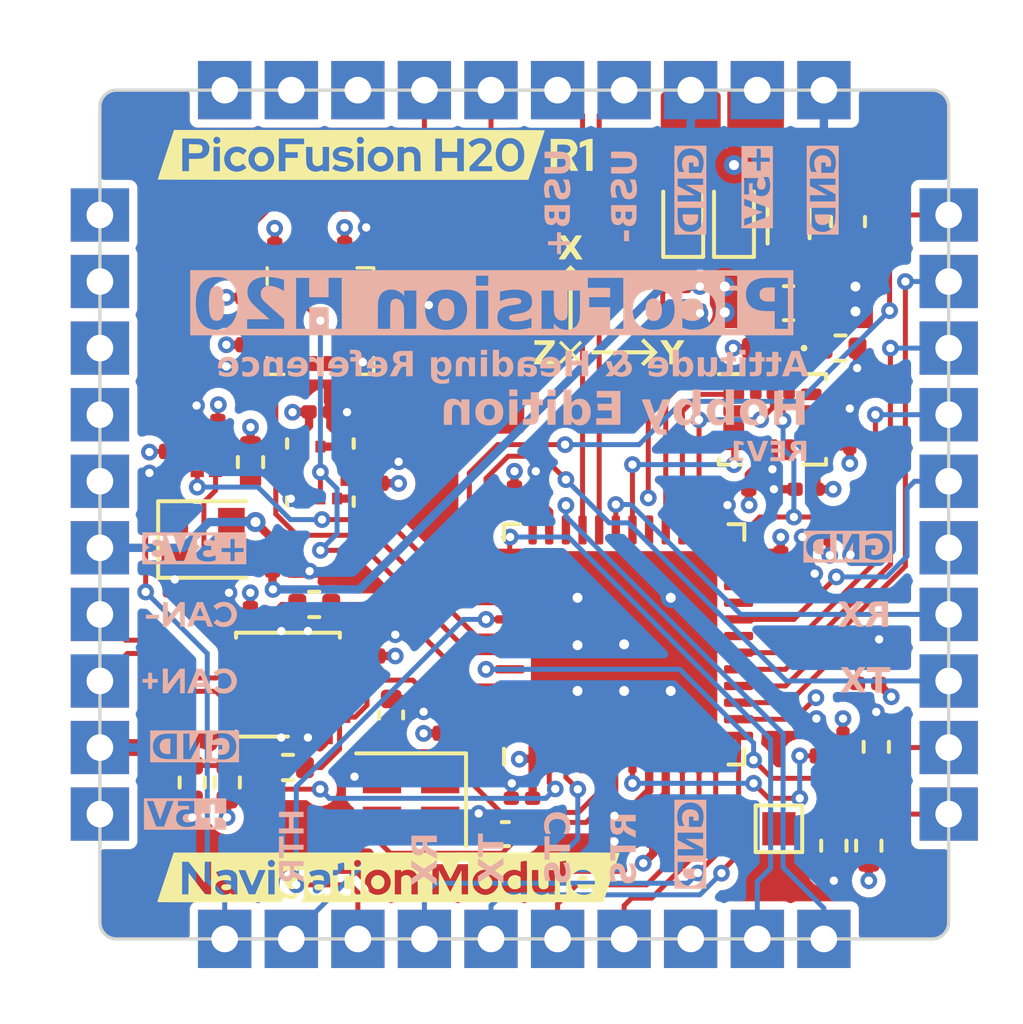
<source format=kicad_pcb>
(kicad_pcb (version 20221018) (generator pcbnew)
  (layers (0 "F.Cu" signal) (1 "In1.Cu" power) (2 "In2.Cu" power) (31 "B.Cu" signal) (34 "B.Paste" user) (35 "F.Paste" user) (36 "B.SilkS" user "B.Silkscreen") (37 "F.SilkS" user "F.Silkscreen") (38 "B.Mask" user) (39 "F.Mask" user) (44 "Edge.Cuts" user))
  (net 0 "")
  (net 1 "GND")
  (net 2 "+3V3")
  (net 3 "/XIN")
  (net 4 "/XOUT")
  (net 5 "+5V")
  (net 6 "/BOOT0")
  (net 7 "Net-(U1-VCAP_1)")
  (net 8 "/SPI2_nCS")
  (net 9 "/UART1_TX_GNSS")
  (net 10 "/UART1_RX_GNSS")
  (net 11 "/USB_DP")
  (net 12 "/USB_DN")
  (net 13 "/IMU_HEATER")
  (net 14 "Net-(D1-K)")
  (net 15 "Net-(U5-CAP)")
  (net 16 "Net-(R20-Pad2)")
  (net 17 "/SPI2_SCK")
  (net 18 "/BUZZER")
  (net 19 "/SWCLK")
  (net 20 "/SWDIO")
  (net 21 "/CAN_SILENT")
  (net 22 "Net-(D2-K)")
  (net 23 "Net-(D4-DIN)")
  (net 25 "/SPI2_POCI")
  (net 26 "/CAN_N")
  (net 27 "/CAN_P")
  (net 28 "/SPI2_PICO")
  (net 30 "/LED")
  (net 31 "/DRDY_ICM42605")
  (net 34 "/NEOPIXEL_3V3")
  (net 35 "/5V_SENSE")
  (net 36 "/3V3_SENSE")
  (net 37 "/RESV1")
  (net 40 "Net-(U8-DIR)")
  (net 42 "/SPI1_SCK")
  (net 45 "/nRST")
  (net 46 "/I2C1_SCL")
  (net 47 "/I2C1_SDA")
  (net 48 "/SPI1_POCI")
  (net 49 "/SPI1_PICO")
  (net 50 "/SPI1_nCS")
  (net 52 "/UART2_TX_TELEM")
  (net 53 "/UART2_RX_TELEM")
  (net 54 "/UART2_CTS_TELEM")
  (net 55 "/UART2_RTS_TELEM")
  (net 56 "/CAN1_TX")
  (net 57 "/CAN1_RX")
  (footprint "Capacitor_SMD:C_0201_0603Metric" (layer "F.Cu") (at 168.775 46.93 90)
    (fp_text reference "C11" hide)
    (fp_text value "0.1uF")
  )
  (footprint "Resistor_SMD:R_0201_0603Metric" (layer "F.Cu") (at 152.825 31.875)
    (fp_text reference "R9" hide)
    (fp_text value "1.5K")
  )
  (footprint "Capacitor_SMD:C_0201_0603Metric" (layer "F.Cu") (at 168.455 39.24)
    (fp_text reference "C17" hide)
    (fp_text value "2.2uF")
  )
  (footprint "Resistor_SMD:R_0201_0603Metric" (layer "F.Cu") (at 164.475 33.95)
    (fp_text reference "R22" hide)
    (fp_text value "22K")
  )
  (footprint "Resistor_SMD:R_0402_1005Metric" (layer "F.Cu") (at 169.3 49.95 90)
    (fp_text reference "R21" hide)
    (fp_text value "10K")
  )
  (footprint "LED_SMD:LED_0402_1005Metric" (layer "F.Cu") (at 167.315 35 180)
    (fp_text reference "D2" hide)
    (fp_text value "GREEN")
  )
  (footprint "Capacitor_SMD:C_0201_0603Metric" (layer "F.Cu") (at 160.025 39.175)
    (fp_text reference "C4" hide)
    (fp_text value "0u1")
  )
  (footprint "Diode_SMD:D_SOD-523" (layer "F.Cu") (at 166.3 31 90)
    (fp_text reference "D1" hide)
    (fp_text value "1PS79SB30")
  )
  (footprint "TestPoint:TestPoint_Pad_1.0x1.0mm" (layer "F.Cu") (at 167.65 49.44)
    (fp_text reference "TP1" hide)
    (fp_text value "TestPoint")
  )
  (footprint "Capacitor_SMD:C_0201_0603Metric" (layer "F.Cu") (at 149.225 38.425 90)
    (fp_text reference "C29" hide)
    (fp_text value "0.1uF")
  )
  (footprint "Package_SON:Texas_X2SON-4_1x1mm_P0.65mm" (layer "F.Cu") (at 167.94 31.2 90)
    (fp_text reference "U3" hide)
    (fp_text value "TLV71333PDQN")
  )
  (footprint "picofusion_stamp:r1" (layer "F.Cu") (at 162.275 29.195001)
    (fp_text reference "G***" hide)
    (fp_text value "LOGO" hide)
  )
  (footprint "picofusion_stamp:picofusion-h20" (layer "F.Cu") (at 155.925 29.175)
    (fp_text reference "G***" hide)
    (fp_text value "LOGO" hide)
  )
  (footprint "Capacitor_SMD:C_0201_0603Metric" (layer "F.Cu") (at 163.555 49.025 180)
    (fp_text reference "C9" hide)
    (fp_text value "0u1")
  )
  (footprint "Resistor_SMD:R_0402_1005Metric" (layer "F.Cu") (at 151.775 38.425 -90)
    (fp_text reference "R14" hide)
    (fp_text value "10K")
  )
  (footprint "picofusion_stamp:PinCastellation_1x10_P2.00mm_Vertical" (layer "F.Cu") (at 147.25 31)
    (fp_text reference "J3" hide)
    (fp_text value "WEST")
  )
  (footprint "Resistor_SMD:R_0402_1005Metric" (layer "F.Cu") (at 151.075 48.05 90)
    (fp_text reference "R11" hide)
    (fp_text value "100K")
  )
  (footprint "Capacitor_SMD:C_0201_0603Metric" (layer "F.Cu") (at 159.93 48.525 180)
    (fp_text reference "C2" hide)
    (fp_text value "0u1")
  )
  (footprint "Capacitor_SMD:C_0402_1005Metric" (layer "F.Cu") (at 156 46.02 90)
    (fp_text reference "C5" hide)
    (fp_text value "10pF")
  )
  (footprint "Package_LGA:LGA-16_3x3mm_P0.5mm" (layer "F.Cu") (at 153.875 34.1875)
    (fp_text reference "U5" hide)
    (fp_text value "MMC5983MA")
  )
  (footprint "Capacitor_SMD:C_0201_0603Metric" (layer "F.Cu") (at 158.25 46.25 90)
    (fp_text reference "C6" hide)
    (fp_text value "4u7")
  )
  (footprint "Capacitor_SMD:C_0201_0603Metric" (layer "F.Cu") (at 163.555 49.825 180)
    (fp_text reference "C10" hide)
    (fp_text value "1u0")
  )
  (footprint "Capacitor_SMD:C_0201_0603Metric" (layer "F.Cu") (at 155.625 43.93 90)
    (fp_text reference "C28" hide)
    (fp_text value "0.1uF")
  )
  (footprint "Resistor_SMD:R_0201_0603Metric" (layer "F.Cu") (at 164.47 33.15 180)
    (fp_text reference "R17" hide)
    (fp_text value "22K")
  )
  (footprint "Package_DFN_QFN:QFN-48-1EP_7x7mm_P0.5mm_EP5.6x5.6mm" (layer "F.Cu") (at 163 43.9 90)
    (fp_text reference "U1" hide)
    (fp_text value "STM32F412CGUx")
  )
  (footprint "Capacitor_SMD:C_0201_0603Metric" (layer "F.Cu") (at 152.755 41.7)
    (fp_text reference "C31" hide)
    (fp_text value "1uF")
  )
  (footprint "Capacitor_SMD:C_0201_0603Metric" (layer "F.Cu") (at 169.78 37.635 -90)
    (fp_text reference "C18" hide)
    (fp_text value "0.1uF")
  )
  (footprint "picofusion_stamp:PinCastellation_1x10_P2.00mm_Vertical" (layer "F.Cu") (at 151 52.75 90)
    (fp_text reference "J4" hide)
    (fp_text value "SOUTH")
  )
  (footprint "Resistor_SMD:R_0201_0603Metric" (layer "F.Cu") (at 170.335 44.225)
    (fp_text reference "R16" hide)
    (fp_text value "22K")
  )
  (footprint "Capacitor_SMD:C_0402_1005Metric" (layer "F.Cu") (at 159.43 49.6 180)
    (fp_text reference "C8" hide)
    (fp_text value "10pF")
  )
  (footprint "picofusion_stamp:compass" (layer "F.Cu") (at 162.641164 33.875336)
    (fp_text reference "G***" hide)
    (fp_text value "LOGO" hide)
  )
  (footprint "Capacitor_SMD:C_0402_1005Metric" (layer "F.Cu") (at 156.5 34.1875 90)
    (fp_text reference "C20" hide)
    (fp_text value "10uF")
  )
  (footprint "Capacitor_SMD:C_0201_0603Metric" (layer "F.Cu") (at 157.45 46.25 90)
    (fp_text reference "C7" hide)
    (fp_text value "0u1")
  )
  (footprint "ICP20100:PQFN50P200X200X85-10N" (layer "F.Cu") (at 153.875 38.74)
    (fp_text reference "U6" hide)
    (fp_text value "ICP20100")
  )
  (footprint "Capacitor_SMD:C_0603_1608Metric" (layer "F.Cu") (at 169.725 31.2 -90)
    (fp_text reference "C14" hide)
    (fp_text value "0.1uF")
  )
  (footprint "74LVC1T45:PSON35P100X100X35-6N" (layer "F.Cu") (at 150.45 38.425)
    (fp_text reference "U8" hide)
    (fp_text value "74LVC1T45GS")
  )
  (footprint "Resistor_SMD:R_0201_0603Metric" (layer "F.Cu") (at 151.525 33.15 90)
    (fp_text reference "R8" hide)
    (fp_text value "1.5K")
  )
  (footprint "Resistor_SMD:R_0201_0603Metric" (layer "F.Cu") (at 169.975 40.395 -90)
    (fp_text reference "R7" hide)
    (fp_text value "10K")
  )
  (footprint "Capacitor_SMD:C_0603_1608Metric" (layer "F.Cu") (at 167.94 33.65)
    (fp_text reference "C16" hide)
    (fp_text value "0.1uF")
  )
  (footprint "Capacitor_SMD:C_0201_0603Metric" (layer "F.Cu") (at 154.925 31.85)
    (fp_text reference "C21" hide)
    (fp_text value "0.1uF")
  )
  (footprint "picofusion_stamp:PinCastellation_1x10_P2.00mm_Vertical" (layer "F.Cu") (at 151 27.25 90)
    (fp_text reference "J1" hide)
    (fp_text value "NORTH")
  )
  (footprint "Resistor_SMD:R_0201_0603Metric" (layer "F.Cu") (at 169.8 48.5 180)
    (fp_text reference "R20" hide)
    (fp_text value "1K")
  )
  (footprint "picofusion_stamp:PinCastellation_1x10_P2.00mm_Vertical" (layer "F.Cu") (at 172.75 31)
    (fp_text reference "J2" hide)
    (fp_text value "EAST")
  )
  (footprint "TestPoint_Extra:TestPoint_2Pin_0402_1005Metric" (layer "F.Cu") (at 170.575 46.98 90)
    (fp_text reference "R18" hide)
    (fp_text value "0")
  )
  (footprint "Capacitor_SMD:C_0201_0603Metric" (layer "F.Cu") (at 151.45 42.8 180)
    (fp_text reference "C27" hide)
    (fp_text value "0.1uF")
  )
  (footprint "Resistor_SMD:R_0402_1005Metric" (layer "F.Cu") (at 153.69 42.7 180)
    (fp_text reference "R13" hide)
    (fp_text value "0")
  )
  (footprint "Package_LGA:LGA-14_3x2.5mm_P0.5mm_LayoutBorder3x4y" (layer "F.Cu") (at 167.455 37.14)
    (fp_text reference "U4" hide)
    (fp_text value "ICM42605")
  )
  (footprint "Capacitor_SMD:C_0201_0603Metric" (layer "F.Cu") (at 151.525 35.22 90)
    (fp_text reference "C12" hide)
    (fp_text value "1uF")
  )
  (footprint "Capacitor_SMD:C_0201_0603Metric" (layer "F.Cu") (at 168.02 42.15 180)
    (fp_text reference "C1" hide)
    (fp_text value "2u2")
  )
  (footprint "Capacitor_SMD:C_0201_0603Metric" (layer "F.Cu") (at 150.475 37.175)
    (fp_text reference "C30" hide)
    (fp_text value "0.1uF")
  )
  (footprint "Capacitor_SMD:C_0201_0603Metric" (layer "F.Cu") (at 168.025 41.15)
    (fp_text reference "C3" hide)
    (fp_text value "0u1")
  )
  (footprint "Package_DFN_QFN:DFN-8-1EP_3x3mm_P0.65mm_EP1.55x2.4mm" (layer "F.Cu") (at 152.9 45.1104 180)
    (fp_text reference "U7" hide)
    (fp_text value "TJA1051TK-3")
  )
  (footprint "Resistor_SMD:R_0402_1005Metric" (layer "F.Cu") (at 169.5 35)
    (fp_text reference "R6" hide)
    (fp_text value "1.5K")
  )
  (footprint "Resistor_SMD:R_0201_0603Metric" (layer "F.Cu") (at 169.175 40.395 90)
    (fp_text reference "R23" hide)
    (fp_text value "10K")
  )
  (footprint "Capacitor_SMD:C_0201_0603Metric" (layer "F.Cu") (at 166.425 39.24 180)
    (fp_text reference "C19" hide)
    (fp_text value "10nF")
  )
  (footprint "picofusion_stamp:navigation-module" (layer "F.Cu") (at 155.920069 50.9)
    (fp_text reference "G***" hide)
    (fp_text value "LOGO" hide)
  )
  (footprint "Capacitor_SMD:C_0201_0603Metric" (layer "F.Cu") (at 155.725 38.74 -90)
    (fp_text reference "C22" hide)
    (fp_text value "0.1uF")
  )
  (footprint "Crystal:Crystal_SMD_2520-4Pin_2.5x2.0mm" (layer "F.Cu") (at 156.6 48.575 180)
    (fp_text reference "Y1" hide)
    (fp_text value "12MHz")
  )
  (footprint "LED_SMD_Extra:WS2812B-2020" (layer "F.Cu") (at 150.35 40.75)
    (fp_text reference "D4" hide)
    (fp_text value "WS2812B-2020")
  )
  (footprint "Capacitor_SMD:C_0201_0603Metric" (layer "F.Cu") (at 153.855 36.915)
    (fp_text reference "C23" hide)
    (fp_text value "0.1uF")
  )
  (footprint "Resistor_SMD:R_0402_1005Metric" (layer "F.Cu") (at 150.025 48.05 -90)
    (fp_text reference "R10" hide)
    (fp_text value "100K")
  )
  (footprint "Resistor_SMD:R_0402_1005Metric" (layer "F.Cu") (at 152.9 47.6 180)
    (fp_text reference "R12" hide)
    (fp_text value "0")
  )
  (footprint "TestPoint_Extra:TestPoint_2Pin_0402_1005Metric" (layer "F.Cu") (at 170.35 49.95 -90)
    (fp_text reference "R19" hide)
    (fp_text value "0")
  )
  (footprint "Resistor_SMD:R_0201_0603Metric" (layer "F.Cu") (at 170.33 45.075 180)
    (fp_text reference "R15" hide)
    (fp_text value "22K")
  )
  (footprint "Resistor_SMD:R_0201_0603Metric" (layer "F.Cu") (at 169.575 46.93 -90)
    (fp_text reference "R1" hide)
    (fp_text value "10K")
  )
  (footprint "Diode_SMD:D_SOD-523" (layer "F.Cu") (at 164.775 31 90)
    (fp_text reference "D3" hide)
    (fp_text value "BZX58550-B5V6")
  )
  (footprint "LOGO" (layer "B.Cu") (at 152.999468 50.2 -90)
    (fp_text reference "G***" hide)
    (fp_text value "LOGO" hide)
  )
  (footprint "LOGO" (layer "B.Cu") (at 150 43.000449 180)
    (fp_text reference "G***" hide)
    (fp_text value "LOGO" hide)
  )
  (footprint "LOGO" (layer "B.Cu") (at 150 45 180)
    (fp_text reference "G***" hide)
    (fp_text value "LOGO" hide)
  )
  (gr_arc (start 147.75 52.75) (mid 147.396447 52.603553) (end 147.25 52.25) (stroke (width 0.1)) (layer "Edge.Cuts"))
  (gr_line locked (start 147.75 27.25) (end 172.25 27.25) (stroke (width 0.1)) (layer "Edge.Cuts"))
  (gr_line (start 172.75 27.75) (end 172.75 52.25) (stroke (width 0.1)) (layer "Edge.Cuts"))
  (gr_arc (start 172.75 52.25) (mid 172.603553 52.603553) (end 172.25 52.75) (stroke (width 0.1)) (layer "Edge.Cuts"))
  (gr_line locked (start 147.25 52.25) (end 147.25 27.75) (stroke (width 0.1)) (layer "Edge.Cuts"))
  (gr_line (start 172.25 52.75) (end 147.75 52.75) (stroke (width 0.1)) (layer "Edge.Cuts"))
  (gr_arc (start 147.25 27.75) (mid 147.396447 27.396447) (end 147.75 27.25) (stroke (width 0.1)) (layer "Edge.Cuts"))
  (gr_arc (start 172.25 27.25) (mid 172.603553 27.396447) (end 172.75 27.75) (stroke (width 0.1)) (layer "Edge.Cuts"))
  (gr_text "GND" (at 151.4 47.475) (layer "B.SilkS" knockout) (effects (font (size 0.75 0.75) (thickness 0.15) bold) (justify left bottom mirror)))
  (gr_text "GND" (at 171.025 41.475) (layer "B.SilkS" knockout) (effects (font (size 0.75 0.75) (thickness 0.15) bold) (justify left bottom mirror)))
  (gr_text "PicoFusion H20" (at 168.110714 34.675) (layer "B.SilkS" knockout) (effects (font (size 1.5 1.5)) (justify left bottom mirror)))
  (gr_text "Hobby Edition" (at 168.55 37.475) (layer "B.SilkS") (effects (font (size 1 1) (thickness 0.16) bold) (justify left bottom mirror)))
  (gr_text "RTS" (at 163.475 48.924982 90) (layer "B.SilkS") (effects (font (size 0.75 0.75) (thickness 0.15) bold) (justify left bottom mirror)))
  (gr_text "RX" (at 157.5 49.55 90) (layer "B.SilkS") (effects (font (size 0.75 0.75) (thickness 0.15) bold) (justify left bottom mirror)))
  (gr_text "TX" (at 171 45.475) (layer "B.SilkS") (effects (font (size 0.75 0.75) (thickness 0.15) bold) (justify left bottom mirror)))
  (gr_text "GND" (at 165.5 28.95 90) (layer "B.SilkS" knockout) (effects (font (size 0.75 0.75) (thickness 0.15) bold) (justify left bottom mirror)))
  (gr_text "TX" (at 159.5 49.578576 90) (layer "B.SilkS") (effects (font (size 0.75 0.75) (thickness 0.15) bold) (justify left bottom mirror)))
  (gr_text "GND" (at 169.475 28.95 90) (layer "B.SilkS" knockout) (effects (font (size 0.75 0.75) (thickness 0.15) bold) (justify left bottom mirror)))
  (gr_text "USB+" (at 161.5 29 90) (layer "B.SilkS") (effects (font (size 0.75 0.75) (thickness 0.15) bold) (justify left bottom mirror)))
  (gr_text "RX" (at 171.025 43.5) (layer "B.SilkS") (effects (font (size 0.75 0.75) (thickness 0.15) bold) (justify left bottom mirror)))
  (gr_text "USB-\n" (at 163.5 29 90) (layer "B.SilkS") (effects (font (size 0.75 0.75) (thickness 0.15) bold) (justify left bottom mirror)))
  (gr_text "+3V3" (at 151.675 41.525) (layer "B.SilkS" knockout) (effects (font (size 0.75 0.75) (thickness 0.15) bold) (justify left bottom mirror)))
  (gr_text "+5V" (at 167.5 28.9 90) (layer "B.SilkS" knockout) (effects (font (size 0.75 0.75) (thickness 0.15) bold) (justify left bottom mirror)))
  (gr_text "Attitude & Heading Reference" (at 168.55 35.975) (layer "B.SilkS") (effects (font (size 0.75 0.75) (thickness 0.16) bold) (justify left bottom mirror)))
  (gr_text "CTS" (at 161.5 48.890544 90) (layer "B.SilkS") (effects (font (size 0.75 0.75) (thickness 0.15) bold) (justify left bottom mirror)))
  (gr_text "GND" (at 165.5 48.6 90) (layer "B.SilkS" knockout) (effects (font (size 0.75 0.75) (thickness 0.15) bold) (justify left bottom mirror)))
  (gr_text "+5V" (at 151.075 49.5) (layer "B.SilkS" knockout) (effects (font (size 0.75 0.75) (thickness 0.15) bold) (justify left bottom mirror)))
  (gr_text "REV1" (at 168.55 38.5) (layer "B.SilkS") (effects (font (size 0.6 0.6) (thickness 0.15) bold) (justify left bottom mirror)))
  (segment (start 149.5 41.3) (end 149.5 41.95) (width 0.25) (layer "F.Cu") (net 1))
  (segment (start 155.8925 33.7075) (end 156.5 33.7075) (width 0.25) (layer "F.Cu") (net 1))
  (segment (start 163.752 47.3395) (end 163.752 48.298) (width 0.25) (layer "F.Cu") (net 1))
  (segment (start 155.245 31.38) (end 155.25 31.375) (width 0.25) (layer "F.Cu") (net 1))
  (segment (start 166.105 39.24) (end 166.105 39.715) (width 0.25) (layer "F.Cu") (net 1))
  (segment (start 168.34 42.15) (end 168.35 42.15) (width 0.25) (layer "F.Cu") (net 1))
  (segment (start 155.625 43.61) (end 156.09 43.61) (width 0.25) (layer "F.Cu") (net 1))
  (segment (start 156 45.54) (end 156.59 45.54) (width 0.25) (layer "F.Cu") (net 1))
  (segment (start 155.725 47.875) (end 154.9 47.875) (width 0.25) (layer "F.Cu") (net 1))
  (segment (start 150.155 36.745) (end 150.175 36.725) (width 0.25) (layer "F.Cu") (net 1))
  (segment (start 164.8 33.95) (end 165.28 33.95) (width 0.25) (layer "F.Cu") (net 1))
  (segment (start 168.6175 37.39) (end 169.255 37.39) (width 0.25) (layer "F.Cu") (net 1))
  (segment (start 169.78 37.315) (end 169.78 36.815) (width 0.25) (layer "F.Cu") (net 1))
  (segment (start 168.345 40.68) (end 168.35 40.675) (width 0.25) (layer "F.Cu") (net 1))
  (segment (start 158.73 45.93) (end 157.45 45.93) (width 0.25) (layer "F.Cu") (net 1))
  (segment (start 162.735 49.025) (end 162.71 49.05) (width 0.25) (layer "F.Cu") (net 1))
  (segment (start 159.5625 46.15) (end 158.95 46.15) (width 0.25) (layer "F.Cu") (net 1))
  (segment (start 169.255 37.39) (end 169.33 37.315) (width 0.25) (layer "F.Cu") (net 1))
  (segment (start 153.55 41.7015) (end 153.5485 41.7) (width 0.25) (layer "F.Cu") (net 1))
  (segment (start 155.725 38.42) (end 156.22 38.42) (width 0.25) (layer "F.Cu") (net 1))
  (segment (start 169.975 41.036481) (end 169.975 40.715) (width 0.25) (layer "F.Cu") (net 1))
  (segment (start 168.345 41.15) (end 168.345 40.68) (width 0.25) (layer "F.Cu") (net 1))
  (segment (start 155.625 43.61) (end 156.115 43.61) (width 0.25) (layer "F.Cu") (net 1))
  (segment (start 156.22 38.42) (end 156.225 38.415) (width 0.25) (layer "F.Cu") (net 1))
  (segment (start 156.59 45.54) (end 156.975 45.925) (width 0.25) (layer "F.Cu") (net 1))
  (segment (start 163.235 48.815) (end 163.235 49.025) (width 0.25) (layer "F.Cu") (net 1))
  (segment (start 168.345 41.505) (end 168.345 41.15) (width 0.25) (layer "F.Cu") (net 1))
  (segment (start 160.345 38.7) (end 160.345 39.175) (width 0.25) (layer "F.Cu") (net 1))
  (segment (start 166.4375 41.65) (end 168.2 41.65) (width 0.25) (layer "F.Cu") (net 1))
  (segment (start 148.7435 38.745) (end 148.7385 38.75) (width 0.15) (layer "F.Cu") (net 1))
  (segment (start 158.5 49.6) (end 158.175 49.275) (width 0.25) (layer "F.Cu") (net 1))
  (segment (start 154.45 45.4354) (end 153.225 45.4354) (width 0.25) (layer "F.Cu") (net 1))
  (segment (start 170.655 44.225) (end 170.655 43.755) (width 0.25) (layer "F.Cu") (net 1))
  (segment (start 169.3 50.46) (end 169.3 51) (width 0.25) (layer "F.Cu") (net 1))
  (segment (start 150.025 48.55) (end 150.025 49.1) (width 0.25) (layer "F.Cu") (net 1))
  (segment (start 152.9915 39.52) (end 153.375 39.52) (width 0.25) (layer "F.Cu") (net 1))
  (segment (start 163.235 49.825) (end 162.71 49.825) (width 0.25) (layer "F.Cu") (net 1))
  (segment (start 155.151502 34.939002) (end 155.15 34.9375) (width 0.25) (layer "F.Cu") (net 1))
  (segment (start 167.455 38.0525) (end 167.455 38.64) (width 0.25) (layer "F.Cu") (net 1))
  (segment (start 170.575 46.47) (end 170.575 45.93) (width 0.25) (layer "F.Cu") (net 1))
  (segment (start 156.98 45.93) (end 156.975 45.925) (width 0.25) (layer "F.Cu") (net 1))
  (segment (start 149.75 38.425) (end 150.175 38.425) (width 0.15) (layer "F.Cu") (net 1))
  (segment (start 154.375 37.96) (end 154.375 37.54) (width 0.25) (layer "F.Cu") (net 1))
  (segment (start 169.801325 41.210156) (end 169.975 41.036481) (width 0.25) (layer "F.Cu") (net 1))
  (segment (start 163.235 49.025) (end 163.235 49.825) (width 0.25) (layer "F.Cu") (net 1))
  (segment (start 168.2 41.65) (end 168.345 41.505) (width 0.25) (layer "F.Cu") (net 1))
  (segment (start 155.725 38.42) (end 155.443181 38.42) (width 0.25) (layer "F.Cu") (net 1))
  (segment (start 153.5485 41.7) (end 153.075 41.7) (width 0.25) (layer "F.Cu") (net 1))
  (segment (start 151.13 42.37) (end 151.13 42.8) (width 0.25) (layer "F.Cu") (net 1))
  (segment (start 154.175 37.34) (end 154.175 36.915) (width 0.25) (layer "F.Cu") (net 1))
  (segment (start 158.95 49.6) (end 158.95 49.297759) (width 0.25) (layer "F.Cu") (net 1))
  (segment (start 160.75 39.925) (end 160.345 39.52) (width 0.25) (layer "F.Cu") (net 1))
  (segment (start 155.151502 35.425) (end 155.151502 34.939002) (width 0.25) (layer "F.Cu") (net 1))
  (segment (start 154.175 36.915) (end 154.665 36.915) (width 0.25) (layer "F.Cu") (net 1))
  (segment (start 156.115 43.61) (end 156.125 43.6) (width 0.25) (layer "F.Cu") (net 1))
  (segment (start 163.75 47.3375) (end 163.752 47.3395) (width 0.25) (layer "F.Cu") (net 1))
  (segment (start 158.95 46.15) (end 158.73 45.93) (width 0.25) (layer "F.Cu") (net 1))
  (segment (start 152.9865 39.525) (end 152.9915 39.52) (width 0.25) (layer "F.Cu") (net 1))
  (segment (start 150.155 37.175) (end 150.155 36.745) (width 0.25) (layer "F.Cu") (net 1))
  (segment (start 155.15 33.9375) (end 155.6625 33.9375) (width 0.25) (layer "F.Cu") (net 1))
  (segment (start 149.225 38.745) (end 148.7435 38.745) (width 0.15) (layer "F.Cu") (net 1))
  (segment (start 155.245 31.85) (end 155.245 31.38) (width 0.25) (layer "F.Cu") (net 1))
  (segment (start 154.375 37.54) (end 154.175 37.34) (width 0.25) (layer "F.Cu") (net 1))
  (segment (start 155.6625 33.9375) (end 155.8925 33.7075) (width 0.25) (layer "F.Cu") (net 1))
  (segment (start 168.775 46.61) (end 168.775 46.13) (width 0.25) (layer "F.Cu") (net 1))
  (segment (start 169.33 37.315) (end 169.78 37.315) (width 0.25) (layer "F.Cu") (net 1))
  (segment (start 153.875 37.96) (end 154.375 37.96) (width 0.25) (layer "F.Cu") (net 1))
  (segment (start 160.345 39.52) (end 160.345 39.175) (width 0.25) (layer "F.Cu") (net 1))
  (segment (start 158.95 49.297759) (end 158.630741 48.9785) (width 0.25) (layer "F.Cu") (net 1))
  (segment (start 158.95 49.6) (end 158.5 49.6) (width 0.25) (layer "F.Cu") (net 1))
  (segment (start 168.35 42.15) (end 168.725 41.775) (width 0.25) (layer "F.Cu") (net 1))
  (segment (start 157.1325 33.7075) (end 156.5 33.7075) (width 0.25) (layer "F.Cu") (net 1))
  (segment (start 154.665 36.915) (end 154.675 36.925) (width 0.25) (layer "F.Cu") (net 1))
  (segment (start 170.655 43.755) (end 170.66 43.75) (width 0.25) (layer "F.Cu") (net 1))
  (segment (start 155.443181 38.42) (end 154.873181 38.99) (width 0.25) (layer "F.Cu") (net 1))
  (segment (start 163.235 49.025) (end 162.735 49.025) (width 0.25) (layer "F.Cu") (net 1))
  (segment (start 157.45 45.93) (end 156.98 45.93) (width 0.25) (layer "F.Cu") (net 1))
  (segment (start 159.61 48.09) (end 159.625 48.075) (width 0.25) (layer "F.Cu") (net 1))
  (segment (start 156.09 43.61) (end 156.1 43.6) (width 0.25) (layer "F.Cu") (net 1))
  (segment (start 155.625 43.61) (end 156.125 43.61) (width 0.25) (layer "F.Cu") (net 1))
  (segment (start 163.752 48.298) (end 163.235 48.815) (width 0.25) (layer "F.Cu") (net 1))
  (segment (start 159.61 48.525) (end 159.61 48.09) (width 0.25) (layer "F.Cu") (net 1))
  (segment (start 149.225 38.745) (end 149.43 38.745) (width 0.15) (layer "F.Cu") (net 1))
  (segment (start 151.525 35.54) (end 151.06 35.54) (width 0.25) (layer "F.Cu") (net 1))
  (segment (start 168.135 39.24) (end 167.5 39.24) (width 0.25) (layer "F.Cu") (net 1))
  (segment (start 158.175 49.275) (end 157.475 49.275) (width 0.25) (layer "F.Cu") (net 1))
  (segment (start 160.75 40.4625) (end 160.75 39.925) (width 0.25) (layer "F.Cu") (net 1))
  (segment (start 149.43 38.745) (end 149.75 38.425) (width 0.15) (layer "F.Cu") (net 1))
  (segment (start 151.06 35.54) (end 151.05 35.55) (width 0.25) (layer "F.Cu") (net 1))
  (segment (start 170 35.6) (end 170 35.01) (width 0.25) (layer "F.Cu") (net 1))
  (via (at 154.675 36.925) (size 0.5) (drill 0.25) (layers "F.Cu" "B.Cu") (net 1))
  (via (at 158.630741 48.9785) (size 0.5) (drill 0.25) (layers "F.Cu" "B.Cu") (net 1))
  (via (at 150.155 36.725) (size 0.5) (drill 0.25) (layers "F.Cu" "B.Cu") (net 1))
  (via (at 167.455 38.64) (size 0.5) (drill 0.25) (layers "F.Cu" "B.Cu") (net 1))
  (via (at 152.7 46.7) (size 0.5) (drill 0.25) (layers "F.Cu" "B.Cu") (net 1))
  (via (at 165.28 33.95) (size 0.5) (drill 0.25) (layers "F.Cu" "B.Cu") (net 1))
  (via (at 163 45.3) (size 0.6) (drill 0.3) (layers "F.Cu" "B.Cu") (net 1))
  (via (at 153.5 46.7) (size 0.5) (drill 0.25) (layers "F.Cu" "B.Cu") (net 1))
  (via (at 156.125 43.61) (size 0.5) (drill 0.25) (layers "F.Cu" "B.Cu") (net 1))
  (via (at 164.4 42.5) (size 0.6) (drill 0.3) (layers "F.Cu" "B.Cu") (net 1))
  (via (at 148.7385 38.75) (size 0.5) (drill 0.25) (layers "F.Cu" "B.Cu") (net 1))
  (via (at 168.775 46.13) (size 0.5) (drill 0.25) (layers "F.Cu" "B.Cu") (net 1))
  (via (at 167.5 39.24) (size 0.5) (drill 0.25) (layers "F.Cu" "B.Cu") (net 1))
  (via (at 150.025 49.1) (size 0.5) (drill 0.25) (layers "F.Cu" "B.Cu") (net 1))
  (via (at 157.1325 33.7075) (size 0.5) (drill 0.25) (layers "F.Cu" "B.Cu") (net 1))
  (via (at 153.5 43.5) (size 0.5) (drill 0.25) (layers "F.Cu" "B.Cu") (net 1))
  (via (at 162.71 49.05) (size 0.5) (drill 0.25) (layers "F.Cu" "B.Cu") (net 1))
  (via (at 162.71 49.825) (size 0.5) (drill 0.25) (layers "F.Cu" "B.Cu") (net 1))
  (via (at 159.625 48.075) (size 0.5) (drill 0.25) (layers "F.Cu" "B.Cu") (net 1))
  (via (at 169.95 33.15) (size 0.6) (drill 0.3) (layers "F.Cu" "B.Cu") (net 1))
  (via (at 161.6 42.5) (size 0.6) (drill 0.3) (layers "F.Cu" "B.Cu") (net 1))
  (via (at 170 35.6) (size 0.5) (drill 0.25) (layers "F.Cu" "B.Cu") (net 1))
  (via (at 168.35 40.675) (size 0.5) (drill 0.25) (layers "F.Cu" "B.Cu") (net 1))
  (via (at 170.575 45.93) (size 0.5) (drill 0.25) (layers "F.Cu" "B.Cu") (net 1))
  (via (at 156.225 38.415) (size 0.5) (drill 0.25) (layers "F.Cu" "B.Cu") (net 1))
  (via (at 152.7 43.5) (size 0.5) (drill 0.25) (layers "F.Cu" "B.Cu") (net 1))
  (via (at 163 43.9) (size 0.6) (drill 0.3) (layers "F.Cu" "B.Cu") (net 1))
  (via (at 161.6 43.925) (size 0.6) (drill 0.3) (layers "F.Cu" "B.Cu") (net 1))
  (via (at 153.55 41.7015) (size 0.5) (drill 0.25) (layers "F.Cu" "B.Cu") (net 1))
  (via (at 155.151502 35.425) (size 0.5) (drill 0.25) (layers "F.Cu" "B.Cu") (net 1))
  (via (at 169.78 36.815) (size 0.5) (drill 0.25) (layers "F.Cu" "B.Cu") (net 1))
  (via (at 161.6 45.3) (size 0.6) (drill 0.3) (layers "F.Cu" "B.Cu") (net 1))
  (via (at 155.25 31.375) (size 0.5) (drill 0.25) (layers "F.Cu" "B.Cu") (net 1))
  (via (at 149.5 41.95) (size 0.5) (drill 0.25) (layers "F.Cu" "B.Cu") (net 1))
  (via (at 154.9 47.875) (size 0.5) (drill 0.25) (layers "F.Cu" "B.Cu") (net 1))
  (via (at 170.66 43.75) (size 0.5) (drill 0.25) (layers "F.Cu" "B.Cu") (net 1))
  (via (at 164.4 45.3) (size 0.6) (drill 0.3) (layers "F.Cu" "B.Cu") (net 1))
  (via (at 151.13 42.35) (size 0.5) (drill 0.25) (layers "F.Cu" "B.Cu") (net 1))
  (via (at 152.9865 39.525) (size 0.5) (drill 0.25) (layers "F.Cu" "B.Cu") (net 1))
  (via (at 151.05 35.55) (size 0.5) (drill 0.25) (layers "F.Cu" "B.Cu") (net 1))
  (via (at 168.725 41.775) (size 0.5) (drill 0.25) (layers "F.Cu" "B.Cu") (net 1))
  (via (at 169.95 33.9) (size 0.6) (drill 0.3) (layers "F.Cu" "B.Cu") (net 1))
  (via (at 156.975 45.925) (size 0.5) (drill 0.25) (layers "F.Cu" "B.Cu") (net 1))
  (via (at 169.3 51) (size 0.5) (drill 0.25) (layers "F.Cu" "B.Cu") (net 1))
  (via (at 166.105 39.715) (size 0.5) (drill 0.25) (layers "F.Cu" "B.Cu") (net 1))
  (via (at 169.801325 41.210156) (size 0.5) (drill 0.25) (layers "F.Cu" "B.Cu") (net 1))
  (via (at 160.345 38.7) (size 0.5) (drill 0.25) (layers "F.Cu" "B.Cu") (net 1))
  (segment (start 155.725 39.06) (end 156.22 39.06) (width 0.25) (layer "F.Cu") (net 2))
  (segment (start 153.049294 36.915) (end 153.535 36.915) (width 0.25) (layer "F.Cu") (net 2))
  (segment (start 151.925 34.9) (end 151.9625 34.9375) (width 0.25) (layer "F.Cu") (net 2))
  (segment (start 166.745 39.24) (end 166.745 38.8) (width 0.25) (layer "F.Cu") (net 2))
  (segment (start 166.745 39.705) (end 166.755 39.715) (width 0.25) (layer "F.Cu") (net 2))
  (segment (start 168.615 38.4) (end 168.615 37.89) (width 0.25) (layer "F.Cu") (net 2))
  (segment (start 151.525 34.9) (end 151.05 34.9) (width 0.25) (layer "F.Cu") (net 2))
  (segment (start 153.095 38.49) (end 153.095 38.24) (width 0.25) (layer "F.Cu") (net 2))
  (segment (start 167.705 41.15) (end 167.705 40.695) (width 0.25) (layer "F.Cu") (net 2))
  (segment (start 153.037897 36.926397) (end 153.049294 36.915) (width 0.25) (layer "F.Cu") (net 2))
  (segment (start 156.22 39.06) (end 156.225 39.065) (width 0.25) (layer "F.Cu") (net 2))
  (segment (start 151.525 34.9) (end 151.925 34.9) (width 0.25) (layer "F.Cu") (net 2))
  (segment (start 152.505 31.405) (end 152.5 31.4) (width 0.25) (layer "F.Cu") (net 2))
  (segment (start 151.77 43.18) (end 151.77 42.7) (width 0.25) (layer "F.Cu") (net 2))
  (segment (start 154.605 31.85) (end 154.605 31.38) (width 0.25) (layer "F.Cu") (net 2))
  (segment (start 169.27 37.955) (end 169.78 37.955) (width 0.25) (layer "F.Cu") (net 2))
  (segment (start 151.35 43.6) (end 151.77 43.18) (width 0.25) (layer "F.Cu") (net 2))
  (segment (start 169.175 40.715) (end 169.175 41.225) (width 0.25) (layer "F.Cu") (net 2))
  (segment (start 153.535 37.33) (end 153.375 37.49) (width 0.25) (layer "F.Cu") (net 2))
  (segment (start 169.78 37.955) (end 169.78 38.465) (width 0.25) (layer "F.Cu") (net 2))
  (segment (start 154.605 31.38) (end 154.6 31.375) (width 0.25) (layer "F.Cu") (net 2))
  (segment (start 148.756997 38.105) (end 148.7385 38.123497) (width 0.15) (layer "F.Cu") (net 2))
  (segment (start 154.625 32.9125) (end 154.625 31.87) (width 0.25) (layer "F.Cu") (net 2))
  (segment (start 151.77 42.8) (end 151.77 42.38) (width 0.25) (layer "F.Cu") (net 2))
  (segment (start 157.45 46.57) (end 156.98 46.57) (width 0.25) (layer "F.Cu") (net 2))
  (segment (start 149.702 38.073) (end 150.175 38.073) (width 0.15) (layer "F.Cu") (net 2))
  (segment (start 160.25 47.3375) (end 159.8625 47.3375) (width 0.25) (layer "F.Cu") (net 2))
  (segment (start 159.5625 46.65) (end 158.8 46.65) (width 0.25) (layer "F.Cu") (net 2))
  (segment (start 158.72 46.57) (end 157.45 46.57) (width 0.25) (layer "F.Cu") (net 2))
  (segment (start 170.65 45.1) (end 171.025 45.475) (width 0.25) (layer "F.Cu") (net 2))
  (segment (start 155.265 39.52) (end 155.725 39.06) (width 0.25) (layer "F.Cu") (net 2))
  (segment (start 169.575 46.61) (end 169.575 46.13) (width 0.25) (layer "F.Cu") (net 2))
  (segment (start 170.65 45.075) (end 170.65 45.1) (width 0.25) (layer "F.Cu") (net 2))
  (segment (start 158.8 46.65) (end 158.72 46.57) (width 0.25) (layer "F.Cu") (net 2))
  (segment (start 151.055 33.47) (end 151.05 33.475) (width 0.25) (layer "F.Cu") (net 2))
  (segment (start 166.4375 41.15) (end 167.705 41.15) (width 0.25) (layer "F.Cu") (net 2))
  (segment (start 166.745 38.8) (end 166.955 38.59) (width 0.25) (layer "F.Cu") (net 2))
  (segment (start 163.875 49.825) (end 163.875 50.175) (width 0.25) (layer "F.Cu") (net 2))
  (segment (start 153.095 38.24) (end 153.375 37.96) (width 0.25) (layer "F.Cu") (net 2))
  (segment (start 153.375 37.49) (end 153.375 37.96) (width 0.25) (layer "F.Cu") (net 2))
  (segment (start 166.83 35) (end 166.275 35) (width 0.25) (layer "F.Cu") (net 2))
  (segment (start 160.25 40.4625) (end 160.25 40.075) (width 0.25) (layer "F.Cu") (net 2))
  (segment (start 163.875 48.775) (end 164.25 48.4) (width 0.25) (layer "F.Cu") (net 2))
  (segment (start 149.225 38.105) (end 148.756997 38.105) (width 0.15) (layer "F.Cu") (net 2))
  (segment (start 168.775 39.24) (end 168.775 38.56) (width 0.25) (layer "F.Cu") (net 2))
  (segment (start 159.705 39.53) (end 159.705 39.175) (width 0.25) (layer "F.Cu") (net 2))
  (segment (start 163.875 49.825) (end 163.875 48.775) (width 0.25) (layer "F.Cu") (net 2))
  (segment (start 163.875 49.025) (end 163.875 49.825) (width 0.25) (layer "F.Cu") (net 2))
  (segment (start 151.77 42.38) (end 151.8 42.35) (width 0.25) (layer "F.Cu") (net 2))
  (segment (start 168.6175 37.89) (end 169.205 37.89) (width 0.25) (layer "F.Cu") (net 2))
  (segment (start 151.35 44.1354) (end 151.35 43.6) (width 0.25) (layer "F.Cu") (net 2))
  (segment (start 169.205 37.89) (end 169.27 37.955) (width 0.25) (layer "F.Cu") (net 2))
  (segment (start 149.225 38.105) (end 149.67 38.105) (width 0.15) (layer "F.Cu") (net 2))
  (segment (start 151.9625 34.9375) (end 152.6 34.9375) (width 0.25) (layer "F.Cu") (net 2))
  (segment (start 168.775 38.56) (end 168.615 38.4) (width 0.25) (layer "F.Cu") (net 2))
  (segment (start 151.075 49.095259) (end 151.075 48.56) (width 0.25) (layer "F.Cu") (net 2))
  (segment (start 159.8625 47.3375) (end 159.85 47.35) (width 0.25) (layer "F.Cu") (net 2))
  (segment (start 167.705 40.695) (end 167.725 40.675) (width 0.25) (layer "F.Cu") (net 2))
  (segment (start 149.67 38.105) (end 149.702 38.073) (width 0.15) (layer "F.Cu") (net 2))
  (segment (start 154.375 39.52) (end 155.265 39.52) (width 0.25) (layer "F.Cu") (net 2))
  (segment (start 160.25 40.075) (end 159.705 39.53) (width 0.25) (layer "F.Cu") (net 2))
  (segment (start 163.875 50.175) (end 163.575 50.475) (width 0.25) (layer "F.Cu") (net 2))
  (segment (start 160.25 47.3375) (end 160.25 48.525) (width 0.25) (layer "F.Cu") (net 2))
  (segment (start 166.745 39.24) (end 166.745 39.705) (width 0.25) (layer "F.Cu") (net 2))
  (segment (start 153.535 36.915) (end 153.535 37.33) (width 0.25) (layer "F.Cu") (net 2))
  (segment (start 152.505 31.875) (end 152.505 31.405) (width 0.25) (layer "F.Cu") (net 2))
  (segment (start 151.525 33.47) (end 151.055 33.47) (width 0.25) (layer "F.Cu") (net 2))
  (segment (start 151.775 37.915) (end 151.775 37.375) (width 0.25) (layer "F.Cu") (net 2))
  (segment (start 156.98 46.57) (end 156.975 46.575) (width 0.25) (layer "F.Cu") (net 2))
  (segment (start 170.35 50.46) (end 170.35 51) (width 0.25) (layer "F.Cu") (net 2))
  (segment (start 151.070259 49.1) (end 151.075 49.095259) (width 0.25) (layer "F.Cu") (net 2))
  (segment (start 164.25 48.4) (end 164.25 47.3375) (width 0.25) (layer "F.Cu") (net 2))
  (segment (start 152.6 33.9375) (end 151.9925 33.9375) (width 0.25) (layer "F.Cu") (net 2))
  (segment (start 151.9925 33.9375) (end 151.525 33.47) (width 0.25) (layer "F.Cu") (net 2))
  (segment (start 166.955 38.59) (end 166.955 38.0525) (width 0.25) (layer "F.Cu") (net 2))
  (segment (start 168.775 39.24) (end 169.28 39.24) (width 0.25) (layer "F.Cu") (net 2))
  (segment (start 159.705 38.7) (end 159.705 39.175) (width 0.25) (layer "F.Cu") (net 2))
  (via (at 148.7385 38.123497) (size 0.5) (drill 0.25) (layers "F.Cu" "B.Cu") (net 2))
  (via (at 151.775 37.375) (size 0.5) (drill 0.25) (layers "F.Cu" "B.Cu") (net 2))
  (via (at 166.275 35) (size 0.5) (drill 0.25) (layers "F.Cu" "B.Cu") (net 2))
  (via (at 151.77 42.35) (size 0.5) (drill 0.25) (layers "F.Cu" "B.Cu") (net 2))
  (via (at 167.705 40.675) (size 0.5) (drill 0.25) (layers "F.Cu" "B.Cu") (net 2))
  (via (at 156.975 46.575) (size 0.5) (drill 0.25) (layers "F.Cu" "B.Cu") (net 2))
  (via (at 170.35 51) (size 0.5) (drill 0.25) (layers "F.Cu" "B.Cu") (net 2))
  (via (at 166.025 33.15) (size 0.6) (drill 0.3) (layers "F.Cu" "B.Cu") (net 2))
  (via (at 151.05 33.475) (size 0.5) (drill 0.25) (layers "F.Cu" "B.Cu") (net 2))
  (via (at 151.070259 49.1) (size 0.5) (drill 0.25) (layers "F.Cu" "B.Cu") (net 2))
  (via (at 154.6 31.375) (size 0.5) (drill 0.25) (layers "F.Cu" "B.Cu") (net 2))
  (via (at 169.28 39.24) (size 0.5) (drill 0.25) (layers "F.Cu" "B.Cu") (net 2))
  (via (at 169.78 38.465) (size 0.5) (drill 0.25) (layers "F.Cu" "B.Cu") (net 2))
  (via (at 169.575 46.13) (size 0.5) (drill 0.25) (layers "F.Cu" "B.Cu") (net 2))
  (via (at 171.025 45.475) (size 0.5) (drill 0.25) (layers "F.Cu" "B.Cu") (net 2))
  (via (at 151.05 34.9) (size 0.5) (drill 0.25) (layers "F.Cu" "B.Cu") (net 2))
  (via (at 153.037897 36.926397) (size 0.5) (drill 0.25) (layers "F.Cu" "B.Cu") (net 2))
  (via (at 166.025 33.925) (size 0.6) (drill 0.3) (layers "F.Cu" "B.Cu") (net 2))
  (via (at 159.705 38.7) (size 0.5) (drill 0.25) (layers "F.Cu" "B.Cu") (net 2))
  (via (at 152.5 31.4) (size 0.5) (drill 0.25) (layers "F.Cu" "B.Cu") (net 2))
  (via (at 166.755 39.715) (size 0.5) (drill 0.25) (layers "F.Cu" "B.Cu") (net 2))
  (via (at 169.175 41.225) (size 0.5) (drill 0.25) (layers "F.Cu" "B.Cu") (net 2))
  (via (at 156.225 39.065) (size 0.5) (drill 0.25) (layers "F.Cu" "B.Cu") (net 2))
  (via (at 163.575 50.475) (size 0.5) (drill 0.25) (layers "F.Cu" "B.Cu") (net 2))
  (via (at 159.85 47.35) (size 0.5) (drill 0.25) (layers "F.Cu" "B.Cu") (net 2))
  (segment (start 157.3 47.125) (end 156.175 47.125) (width 0.15) (layer "F.Cu") (net 3))
  (segment (start 162.25 47.3375) (end 162.25 48.33) (width 0.15) (layer "F.Cu") (net 3))
  (segment (start 157.475 47.3) (end 157.3 47.125) (width 0.15) (layer "F.Cu") (net 3))
  (segment (start 159.3 48.95) (end 158.225 47.875) (width 0.15) (layer "F.Cu") (net 3))
  (segment (start 156.175 47.125) (end 156 46.95) (width 0.15) (layer "F.Cu") (net 3))
  (segment (start 158.225 47.875) (end 157.475 47.875) (width 0.15) (layer "F.Cu") (net 3))
  (segment (start 162.25 48.33) (end 161.63 48.95) (width 0.15) (layer "F.Cu") (net 3))
  (segment (start 157.475 47.875) (end 157.475 47.3) (width 0.15) (layer "F.Cu") (net 3))
  (segment (start 156 46.95) (end 156 46.5) (width 0.15) (layer "F.Cu") (net 3))
  (segment (start 161.63 48.95) (end 159.3 48.95) (width 0.15) (layer "F.Cu") (net 3))
  (segment (start 162.75 47.3375) (end 162.75 48.3575) (width 0.15) (layer "F.Cu") (net 4))
  (segment (start 155.975 50.175) (end 159.335 50.175) (width 0.15) (layer "F.Cu") (net 4))
  (segment (start 159.335 50.175) (end 159.91 49.6) (width 0.15) (layer "F.Cu") (net 4))
  (segment (start 160.26 49.25) (end 159.91 49.6) (width 0.15) (layer "F.Cu") (net 4))
  (segment (start 155.725 49.275) (end 155.725 49.925) (width 0.15) (layer "F.Cu") (net 4))
  (segment (start 161.8575 49.25) (end 160.26 49.25) (width 0.15) (layer "F.Cu") (net 4))
  (segment (start 162.75 48.3575) (end 161.8575 49.25) (width 0.15) (layer "F.Cu") (net 4))
  (segment (start 155.725 49.925) (end 155.975 50.175) (width 0.15) (layer "F.Cu") (net 4))
  (segment (start 150.795 37.755) (end 150.725 37.825) (width 0.15) (layer "F.Cu") (net 5))
  (segment (start 150.795 37.175) (end 150.795 36.7135) (width 0.15) (layer "F.Cu") (net 5))
  (segment (start 151.2 40.2) (end 151.9 40.2) (width 0.25) (layer "F.Cu") (net 5))
  (segment (start 155.0896 44.7854) (end 155.625 44.25) (width 0.25) (layer "F.Cu") (net 5))
  (segment (start 152.435 41.7) (end 152.435 40.735) (width 0.25) (layer "F.Cu") (net 5))
  (segment (start 154.45 44.7854) (end 155.0896 44.7854) (width 0.25) (layer "F.Cu") (net 5))
  (segment (start 151.9 40.2) (end 151.925 40.225) (width 0.25) (layer "F.Cu") (net 5))
  (segment (start 152.435 42.235) (end 152.45 42.25) (width 0.25) (layer "F.Cu") (net 5))
  (segment (start 155.625 44.25) (end 156.125 44.25) (width 0.25) (layer "F.Cu") (net 5))
  (segment (start 152.435 41.7) (end 152.435 42.235) (width 0.25) (layer "F.Cu") (net 5))
  (segment (start 164.795 33.15) (end 165.275 33.15) (width 0.25) (layer "F.Cu") (net 5))
  (segment (start 152.435 40.735) (end 151.925 40.225) (width 0.25) (layer "F.Cu") (net 5))
  (segment (start 150.795 37.175) (end 150.795 37.755) (width 0.15) (layer "F.Cu") (net 5))
  (segment (start 150.795 36.7135) (end 150.8085 36.7) (width 0.15) (layer "F.Cu") (net 5))
  (segment (start 150.725 37.825) (end 150.725 38.075) (width 0.15) (layer "F.Cu") (net 5))
  (via (at 150.8085 36.7) (size 0.5) (drill 0.25) (layers "F.Cu" "B.Cu") (net 5))
  (via (at 156.125 44.25) (size 0.5) (drill 0.25) (layers "F.Cu" "B.Cu") (net 5))
  (via (at 165.275 33.15) (size 0.5) (drill 0.25) (layers "F.Cu" "B.Cu") (net 5))
  (via (at 166.3 29.5) (size 0.6) (drill 0.3) (layers "F.Cu" "B.Cu") (net 5))
  (via (at 152.45 42.25) (size 0.5) (drill 0.25) (layers "F.Cu" "B.Cu") (net 5))
  (via (at 151.925 40.225) (size 0.6) (drill 0.3) (layers "F.Cu" "B.Cu") (net 5))
  (segment (start 151.925 40.225) (end 150.525 40.225) (width 0.25) (layer "B.Cu") (net 5))
  (segment (start 150.525 40.225) (end 149.75 41) (width 0.25) (layer "B.Cu") (net 5))
  (segment (start 155.05 42.25) (end 164.15 33.15) (width 0.25) (layer "B.Cu") (net 5))
  (segment (start 164.15 33.15) (end 165.275 33.15) (width 0.25) (layer "B.Cu") (net 5))
  (segment (start 149.75 41) (end 147.375 41) (width 0.25) (layer "B.Cu") (net 5))
  (segment (start 152.45 42.25) (end 155.05 42.25) (width 0.25) (layer "B.Cu") (net 5))
  (segment (start 170.12 48.895) (end 170.12 48.5) (width 0.15) (layer "F.Cu") (net 6))
  (segment (start 166.889 47.375) (end 167.439 47.925) (width 0.15) (layer "F.Cu") (net 6))
  (segment (start 170.12 48.175) (end 170.12 48.5) (width 0.15) (layer "F.Cu") (net 6))
  (segment (start 171.01 49.44) (end 171.45 49) (width 0.15) (layer "F.Cu") (net 6))
  (segment (start 159.5625 44.65) (end 158.85 44.65) (width 0.15) (layer "F.Cu") (net 6))
  (segment (start 171.45 49) (end 172.675 49) (width 0.15) (layer "F.Cu") (net 6))
  (segment (start 169.87 47.925) (end 170.12 48.175) (width 0.15) (layer "F.Cu") (net 6))
  (segment (start 170.12 48.895) (end 170.35 49.125) (width 0.15) (layer "F.Cu") (net 6))
  (segment (start 170.35 49.44) (end 171.01 49.44) (width 0.15) (layer "F.Cu") (net 6))
  (segment (start 170.35 49.125) (end 170.35 49.44) (width 0.15) (layer "F.Cu") (net 6))
  (segment (start 167.439 47.925) (end 169.87 47.925) (width 0.15) (layer "F.Cu") (net 6))
  (via (at 158.85 44.65) (size 0.5) (drill 0.25) (layers "F.Cu" "B.Cu") (net 6))
  (via (at 166.889 47.375) (size 0.5) (drill 0.25) (layers "F.Cu" "B.Cu") (net 6))
  (segment (start 158.85 44.65) (end 164.675 44.65) (width 0.15) (layer "B.Cu") (net 6))
  (segment (start 164.675 44.65) (end 166.889 46.864) (width 0.15) (layer "B.Cu") (net 6))
  (segment (start 166.889 46.864) (end 166.889 47.375) (width 0.15) (layer "B.Cu") (net 6))
  (segment (start 166.4375 42.15) (end 167.7 42.15) (width 0.25) (layer "F.Cu") (net 7))
  (segment (start 168.1 40.075) (end 169.975 40.075) (width 0.15) (layer "F.Cu") (net 8))
  (segment (start 168.1 40.075) (end 167.075 40.075) (width 0.15) (layer "F.Cu") (net 8))
  (segment (start 167.075 40.075) (end 166.6875 40.4625) (width 0.15) (layer "F.Cu") (net 8))
  (segment (start 166.6875 40.4625) (end 165.75 40.4625) (width 0.15) (layer "F.Cu") (net 8))
  (segment (start 167.955 36.62) (end 167.955 36.2275) (width 0.15) (layer "F.Cu") (net 8))
  (segment (start 167.775 36.8) (end 167.955 36.62) (width 0.15) (layer "F.Cu") (net 8))
  (segment (start 167.775 37.175) (end 167.775 36.8) (width 0.15) (layer "F.Cu") (net 8))
  (via (at 168.1 40.075) (size 0.5) (drill 0.25) (layers "F.Cu" "B.Cu") (net 8))
  (via (at 167.775 37.175) (size 0.5) (drill 0.25) (layers "F.Cu" "B.Cu") (net 8))
  (segment (start 167.775 37.175) (end 167.775 38.025) (width 0.15) (layer "B.Cu") (net 8))
  (segment (start 167.775 38.025) (end 168.1 38.35) (width 0.15) (layer "B.Cu") (net 8))
  (segment (start 168.1 38.35) (end 168.1 40.075) (width 0.15) (layer "B.Cu") (net 8))
  (segment (start 159.025 41.65) (end 158.85 41.475) (width 0.15) (layer "F.Cu") (net 9))
  (segment (start 158.85 41.475) (end 158.85 38.915775) (width 0.15) (layer "F.Cu") (net 9))
  (segment (start 158.85 38.915775) (end 159.517775 38.248) (width 0.15) (layer "F.Cu") (net 9))
  (segment (start 160.548 38.248) (end 161.25 38.95) (width 0.15) (layer "F.Cu") (net 9))
  (segment (start 159.517775 38.248) (end 160.548 38.248) (width 0.15) (layer "F.Cu") (net 9))
  (segment (start 159.5625 41.65) (end 159.025 41.65) (width 0.15) (layer "F.Cu") (net 9))
  (via (at 161.25 38.95) (size 0.5) (drill 0.25) (layers "F.Cu" "B.Cu") (net 9))
  (segment (start 163.125 40.25) (end 167.875 45) (width 0.15) (layer "B.Cu") (net 9))
  (segment (start 167.875 45) (end 172.675 45) (width 0.15) (layer "B.Cu") (net 9))
  (segment (start 162.55 40.25) (end 163.125 40.25) (width 0.15) (layer "B.Cu") (net 9))
  (segment (start 161.25 38.95) (end 162.55 40.25) (width 0.15) (layer "B.Cu") (net 9))
  (segment (start 162.75 40.4625) (end 162.75 39.7) (width 0.15) (layer "F.Cu") (net 10))
  (via (at 162.75 39.7) (size 0.5) (drill 0.25) (layers "F.Cu" "B.Cu") (net 10))
  (segment (start 162.75 39.7) (end 163.2 39.7) (width 0.15) (layer "B.Cu") (net 10))
  (segment (start 166.5 43) (end 172.675 43) (width 0.15) (layer "B.Cu") (net 10))
  (segment (start 163.2 39.7) (end 166.5 43) (width 0.15) (layer "B.Cu") (net 10))
  (segment (start 161.75 28) (end 161.075 27.325) (width 0.15) (layer "F.Cu") (net 11))
  (segment (start 161.075 27.325) (end 161 27.325) (width 0.15) (layer "F.Cu") (net 11))
  (segment (start 161.75 40.4625) (end 161.75 28) (width 0.15) (layer "F.Cu") (net 11))
  (segment (start 162.25 28) (end 162.925 27.325) (width 0.15) (layer "F.Cu") (net 12))
  (segment (start 162.25 40.4625) (end 162.25 28) (width 0.15) (layer "F.Cu") (net 12))
  (segment (start 162.925 27.325) (end 163 27.325) (width 0.15) (layer "F.Cu") (net 12))
  (segment (start 161.25 47.3375) (end 161.25 47.895163) (width 0.15) (layer "F.Cu") (net 13))
  (segment (start 161.25 47.895163) (end 161.607191 48.252354) (width 0.15) (layer "F.Cu") (net 13))
  (via (at 161.607191 48.252354) (size 0.5) (drill 0.25) (layers "F.Cu" "B.Cu") (net 13))
  (segment (start 161.075 50.275) (end 161.607191 49.742809) (width 0.15) (layer "B.Cu") (net 13))
  (segment (start 161.075 50.275) (end 155.4 50.275) (width 0.15) (layer "B.Cu") (net 13))
  (segment (start 161.607191 49.742809) (end 161.607191 48.252354) (width 0.15) (layer "B.Cu") (net 13))
  (segment (start 155.4 50.275) (end 153 52.675) (width 0.15) (layer "B.Cu") (net 13))
  (segment (start 155.9425 34.6675) (end 156.5 34.6675) (width 0.25) (layer "F.Cu") (net 15))
  (segment (start 155.15 34.4375) (end 155.7125 34.4375) (width 0.25) (layer "F.Cu") (net 15))
  (segment (start 155.7125 34.4375) (end 155.9425 34.6675) (width 0.25) (layer "F.Cu") (net 15))
  (segment (start 169.3 49.44) (end 167.65 49.44) (width 0.15) (layer "F.Cu") (net 16))
  (segment (start 169.3 49.0625) (end 169.3 49.44) (width 0.15) (layer "F.Cu") (net 16))
  (segment (start 169.48 48.8825) (end 169.3 49.0625) (width 0.15) (layer "F.Cu") (net 16))
  (segment (start 169.48 48.8825) (end 169.48 48.5) (width 0.15) (layer "F.Cu") (net 16))
  (segment (start 165.25 40.4625) (end 165.25 37.15) (width 0.15) (layer "F.Cu") (net 17))
  (segment (start 167.455 36.795) (end 167.1 37.15) (width 0.15) (layer "F.Cu") (net 17))
  (segment (start 167.455 36.2275) (end 167.455 36.795) (width 0.15) (layer "F.Cu") (net 17))
  (via (at 165.25 37.15) (size 0.5) (drill 0.25) (layers "F.Cu" "B.Cu") (net 17))
  (via (at 167.1 37.15) (size 0.5) (drill 0.25) (layers "F.Cu" "B.Cu") (net 17))
  (segment (start 165.25 37.15) (end 167.1 37.15) (width 0.15) (layer "B.Cu") (net 17))
  (segment (start 154.775 51.125) (end 155 51.35) (width 0.15) (layer "F.Cu") (net 18))
  (segment (start 159.5625 43.15) (end 158.85 43.15) (width 0.15) (layer "F.Cu") (net 18))
  (segment (start 153.15 51.125) (end 154.775 51.125) (width 0.15) (layer "F.Cu") (net 18))
  (segment (start 155 51.35) (end 155 52.675) (width 0.15) (layer "F.Cu") (net 18))
  (via (at 153.15 51.125) (size 0.5) (drill 0.25) (layers "F.Cu" "B.Cu") (net 18))
  (via (at 158.85 43.15) (size 0.5) (drill 0.25) (layers "F.Cu" "B.Cu") (net 18))
  (segment (start 153.15 51.125) (end 153.15 48.175) (width 0.15) (layer "B.Cu") (net 18))
  (segment (start 153.15 48.175) (end 158.175 43.15) (width 0.15) (layer "B.Cu") (net 18))
  (segment (start 158.175 43.15) (end 158.85 43.15) (width 0.15) (layer "B.Cu") (net 18))
  (segment (start 159.5625 40.6875) (end 159.575 40.675) (width 0.15) (layer "F.Cu") (net 19))
  (segment (start 159.5625 41.15) (end 159.5625 40.6875) (width 0.15) (layer "F.Cu") (net 19))
  (via (at 159.575 40.675) (size 0.5) (drill 0.25) (layers "F.Cu" "B.Cu") (net 19))
  (segment (start 167.4 46.75) (end 167.4 50.625) (width 0.15) (layer "B.Cu") (net 19))
  (segment (start 159.575 40.675) (end 161.325 40.675) (width 0.15) (layer "B.Cu") (net 19))
  (segment (start 167 51.025) (end 167 52.675) (width 0.15) (layer "B.Cu") (net 19))
  (segment (start 161.325 40.675) (end 167.4 46.75) (width 0.15) (layer "B.Cu") (net 19))
  (segment (start 167.4 50.625) (end 167 51.025) (width 0.15) (layer "B.Cu") (net 19))
  (segment (start 161.25 40.4625) (end 161.25 39.725) (width 0.15) (layer "F.Cu") (net 20))
  (via (at 161.25 39.725) (size 0.5) (drill 0.25) (layers "F.Cu" "B.Cu") (net 20))
  (segment (start 169 51.825) (end 169 52.675) (width 0.15) (layer "B.Cu") (net 20))
  (segment (start 167.775 50.6) (end 169 51.825) (width 0.15) (layer "B.Cu") (net 20))
  (segment (start 167.775 46.584936) (end 167.775 50.6) (width 0.15) (layer "B.Cu") (net 20))
  (segment (start 161.25 39.725) (end 161.25 40.059936) (width 0.15) (layer "B.Cu") (net 20))
  (segment (start 161.25 40.059936) (end 167.775 46.584936) (width 0.15) (layer "B.Cu") (net 20))
  (segment (start 151.785 48.25) (end 151.075 47.54) (width 0.15) (layer "F.Cu") (net 21))
  (segment (start 151.075 47.54) (end 151.075 47.11) (width 0.15) (layer "F.Cu") (net 21))
  (segment (start 150.025 47.54) (end 151.075 47.54) (width 0.15) (layer "F.Cu") (net 21))
  (segment (start 160.930741 48.244259) (end 160.75 48.063518) (width 0.15) (layer "F.Cu") (net 21))
  (segment (start 153.866738 48.25) (end 151.785 48.25) (width 0.15) (layer "F.Cu") (net 21))
  (segment (start 160.75 48.063518) (end 160.75 47.3375) (width 0.15) (layer "F.Cu") (net 21))
  (segment (start 151.075 47.11) (end 151.35 46.835) (width 0.15) (layer "F.Cu") (net 21))
  (segment (start 151.35 46.0854) (end 151.35 46.835) (width 0.15) (layer "F.Cu") (net 21))
  (via (at 160.930741 48.244259) (size 0.5) (drill 0.25) (layers "F.Cu" "B.Cu") (net 21))
  (via (at 153.866738 48.25) (size 0.5) (drill 0.25) (layers "F.Cu" "B.Cu") (net 21))
  (segment (start 160.648 48.527) (end 160.930741 48.244259) (width 0.15) (layer "B.Cu") (net 21))
  (segment (start 153.866738 48.25) (end 154.143738 48.527) (width 0.15) (layer "B.Cu") (net 21))
  (segment (start 154.143738 48.527) (end 160.648 48.527) (width 0.15) (layer "B.Cu") (net 21))
  (segment (start 167.8 35) (end 168.99 35) (width 0.25) (layer "F.Cu") (net 22))
  (segment (start 151.2 41.3) (end 150.6 41.3) (width 0.15) (layer "F.Cu") (net 23))
  (segment (start 150.6 41.3) (end 150.375 41.075) (width 0.15) (layer "F.Cu") (net 23))
  (segment (start 150.725 39.275) (end 150.725 38.775) (width 0.15) (layer "F.Cu") (net 23))
  (segment (start 150.375 39.625) (end 150.725 39.275) (width 0.15) (layer "F.Cu") (net 23))
  (segment (start 150.375 41.075) (end 150.375 39.625) (width 0.15) (layer "F.Cu") (net 23))
  (segment (start 165.26 36.39) (end 164.75 36.9) (width 0.15) (layer "F.Cu") (net 25))
  (segment (start 164.75 36.9) (end 164.75 40.4625) (width 0.15) (layer "F.Cu") (net 25))
  (segment (start 166.2925 36.39) (end 165.26 36.39) (width 0.15) (layer "F.Cu") (net 25))
  (segment (start 150.862499 44.7854) (end 150.737499 44.9104) (width 0.15) (layer "F.Cu") (net 26))
  (segment (start 150.737499 44.9104) (end 150.193244 44.9104) (width 0.15) (layer "F.Cu") (net 26))
  (segment (start 151.9 43.512448) (end 151.9 44.6) (width 0.15) (layer "F.Cu") (net 26))
  (segment (start 151.35 44.7854) (end 150.862499 44.7854) (width 0.15) (layer "F.Cu") (net 26))
  (segment (start 149.057844 43.775) (end 148.025 43.775) (width 0.15) (layer "F.Cu") (net 26))
  (segment (start 150.193244 44.9104) (end 149.057844 43.775) (width 0.15) (layer "F.Cu") (net 26))
  (segment (start 151.7146 44.7854) (end 151.35 44.7854) (width 0.15) (layer "F.Cu") (net 26))
  (segment (start 152.712448 42.7) (end 151.9 43.512448) (width 0.15) (layer "F.Cu") (net 26))
  (segment (start 153.18 42.7) (end 152.712448 42.7) (width 0.15) (layer "F.Cu") (net 26))
  (segment (start 148.025 43.775) (end 147.325 43.075) (width 0.15) (layer "F.Cu") (net 26))
  (segment (start 151.9 44.6) (end 151.7146 44.7854) (width 0.15) (layer "F.Cu") (net 26))
  (segment (start 150.737499 45.3104) (end 150.027556 45.3104) (width 0.15) (layer "F.Cu") (net 27))
  (segment (start 150.027556 45.3104) (end 148.892156 44.175) (width 0.15) (layer "F.Cu") (net 27))
  (segment (start 148.075 44.175) (end 147.325 44.925) (width 0.15) (layer "F.Cu") (net 27))
  (segment (start 150.862499 45.4354) (end 150.737499 45.3104) (width 0.15) (layer "F.Cu") (net 27))
  (segment (start 151.9 46.65) (end 152.39 47.14) (width 0.15) (layer "F.Cu") (net 27))
  (segment (start 151.9 45.6) (end 151.9 46.65) (width 0.15) (layer "F.Cu") (net 27))
  (segment (start 151.35 45.4354) (end 150.862499 45.4354) (width 0.15) (layer "F.Cu") (net 27))
  (segment (start 151.7354 45.4354) (end 151.9 45.6) (width 0.15) (layer "F.Cu") (net 27))
  (segment (start 152.39 47.14) (end 152.39 47.6) (width 0.15) (layer "F.Cu") (net 27))
  (segment (start 148.892156 44.175) (end 148.075 44.175) (width 0.15) (layer "F.Cu") (net 27))
  (segment (start 151.35 45.4354) (end 151.7354 45.4354) (width 0.15) (layer "F.Cu") (net 27))
  (segment (start 165.125 35.675) (end 164.25 36.55) (width 0.15) (layer "F.Cu") (net 28))
  (segment (start 166.955 35.855) (end 166.775 35.675) (width 0.15) (layer "F.Cu") (net 28))
  (segment (start 166.955 36.2275) (end 166.955 35.855) (width 0.15) (layer "F.Cu") (net 28))
  (segment (start 164.25 36.55) (end 164.25 40.4625) (width 0.15) (layer "F.Cu") (net 28))
  (segment (start 166.775 35.675) (end 165.125 35.675) (width 0.15) (layer "F.Cu") (net 28))
  (segment (start 148.625 40.575) (end 149 40.2) (width 0.15) (layer "F.Cu") (net 30))
  (segment (start 148.625 42.325) (end 148.625 40.575) (width 0.15) (layer "F.Cu") (net 30))
  (segment (start 149 40.2) (end 149.5 40.2) (width 0.15) (layer "F.Cu") (net 30))
  (via (at 148.625 42.325) (size 0.5) (drill 0.25) (layers "F.Cu" "B.Cu") (net 30))
  (segment (start 150.475 48.910775) (end 150.477 48.912775) (width 0.15) (layer "B.Cu") (net 30))
  (segment (start 151 51.5) (end 151 52.675) (width 0.15) (layer "B.Cu") (net 30))
  (segment (start 150.475 49.289225) (end 150.475 50.975) (width 0.15) (layer "B.Cu") (net 30))
  (segment (start 150.475 50.975) (end 151 51.5) (width 0.15) (layer "B.Cu") (net 30))
  (segment (start 150.477 49.287225) (end 150.475 49.289225) (width 0.15) (layer "B.Cu") (net 30))
  (segment (start 150.475 44.175) (end 150.475 48.910775) (width 0.15) (layer "B.Cu") (net 30))
  (segment (start 148.625 42.325) (end 150.475 44.175) (width 0.15) (layer "B.Cu") (net 30))
  (segment (start 150.477 48.912775) (end 150.477 49.287225) (width 0.15) (layer "B.Cu") (net 30))
  (segment (start 166.2925 37.89) (end 166.2925 38.4925) (width 0.15) (layer "F.Cu") (net 31))
  (segment (start 163.25 38.5) (end 163.25 40.4625) (width 0.15) (layer "F.Cu") (net 31))
  (segment (start 166.2925 38.4925) (end 166.3 38.5) (width 0.15) (layer "F.Cu") (net 31))
  (via (at 166.3 38.5) (size 0.5) (drill 0.25) (layers "F.Cu" "B.Cu") (net 31))
  (via (at 163.25 38.5) (size 0.5) (drill 0.25) (layers "F.Cu" "B.Cu") (net 31))
  (segment (start 163.25 38.5) (end 166.3 38.5) (width 0.15) (layer "B.Cu") (net 31))
  (segment (start 150.175 38.775) (end 150.175 39.175) (width 0.15) (layer "F.Cu") (net 34))
  (segment (start 155.851796 40.151796) (end 153.9235 40.151796) (width 0.15) (layer "F.Cu") (net 34))
  (segment (start 158.35 42.65) (end 155.851796 40.151796) (width 0.15) (layer "F.Cu") (net 34))
  (segment (start 159.5625 42.65) (end 158.35 42.65) (width 0.15) (layer "F.Cu") (net 34))
  (via (at 150.175 39.175) (size 0.5) (drill 0.25) (layers "F.Cu" "B.Cu") (net 34))
  (via (at 153.9235 40.151796) (size 0.5) (drill 0.25) (layers "F.Cu" "B.Cu") (net 34))
  (segment (start 153.9235 40.151796) (end 152.974071 40.151796) (width 0.15) (layer "B.Cu") (net 34))
  (segment (start 151.997275 39.175) (end 150.175 39.175) (width 0.15) (layer "B.Cu") (net 34))
  (segment (start 152.974071 40.151796) (end 151.997275 39.175) (width 0.15) (layer "B.Cu") (net 34))
  (segment (start 168.762278 45.503497) (end 168.115775 46.15) (width 0.15) (layer "F.Cu") (net 35))
  (segment (start 164.155 35.77) (end 164.155 33.95) (width 0.15) (layer "F.Cu") (net 35))
  (segment (start 164.16 33.95) (end 164.16 33.155) (width 0.15) (layer "F.Cu") (net 35))
  (segment (start 164.16 33.155) (end 164.155 33.15) (width 0.15) (layer "F.Cu") (net 35))
  (segment (start 163.725 36.2) (end 164.155 35.77) (width 0.15) (layer "F.Cu") (net 35))
  (segment (start 163.725 39.5) (end 163.725 36.2) (width 0.15) (layer "F.Cu") (net 35))
  (segment (start 168.115775 46.15) (end 166.4375 46.15) (width 0.15) (layer "F.Cu") (net 35))
  (via (at 168.762278 45.503497) (size 0.5) (drill 0.25) (layers "F.Cu" "B.Cu") (net 35))
  (via (at 163.725 39.5) (size 0.5) (drill 0.25) (layers "F.Cu" "B.Cu") (net 35))
  (segment (start 170.015 44.225) (end 170.015 45.07) (width 0.15) (layer "F.Cu") (net 36))
  (segment (start 166.4375 45.65) (end 167.95 45.65) (width 0.15) (layer "F.Cu") (net 36))
  (segment (start 170.015 45.07) (end 170.01 45.075) (width 0.15) (layer "F.Cu") (net 36))
  (segment (start 167.95 45.65) (end 169.375 44.225) (width 0.15) (layer "F.Cu") (net 36))
  (segment (start 169.375 44.225) (end 170.015 44.225) (width 0.15) (layer "F.Cu") (net 36))
  (segment (start 168.1 43.15) (end 169.375 41.875) (width 0.15) (layer "F.Cu") (net 37))
  (segment (start 166.4375 43.15) (end 168.1 43.15) (width 0.15) (layer "F.Cu") (net 37))
  (via (at 169.375 41.875) (size 0.5) (drill 0.25) (layers "F.Cu" "B.Cu") (net 37))
  (segment (start 171.5 39.225) (end 171.5 41.25) (width 0.15) (layer "B.Cu") (net 37))
  (segment (start 172.675 39) (end 171.725 39) (width 0.15) (layer "B.Cu") (net 37))
  (segment (start 171.725 39) (end 171.5 39.225) (width 0.15) (layer "B.Cu") (net 37))
  (segment (start 171.5 41.25) (end 170.875 41.875) (width 0.15) (layer "B.Cu") (net 37))
  (segment (start 170.875 41.875) (end 169.375 41.875) (width 0.15) (layer "B.Cu") (net 37))
  (segment (start 151.265 38.425) (end 151.775 38.935) (width 0.15) (layer "F.Cu") (net 40))
  (segment (start 150.725 38.425) (end 151.265 38.425) (width 0.15) (layer "F.Cu") (net 40))
  (segment (start 158.35 38.75) (end 159.2 37.9) (width 0.15) (layer "F.Cu") (net 42))
  (segment (start 158.35 41.7) (end 158.8 42.15) (width 0.15) (layer "F.Cu") (net 42))
  (segment (start 170.975 33.875) (end 170.975 31.35) (width 0.15) (layer "F.Cu") (net 42))
  (segment (start 158.35 41.7) (end 158.35 38.75) (width 0.15) (layer "F.Cu") (net 42))
  (segment (start 159.5625 42.15) (end 158.8 42.15) (width 0.15) (layer "F.Cu") (net 42))
  (segment (start 159.2 37.9) (end 161.225 37.9) (width 0.15) (layer "F.Cu") (net 42))
  (segment (start 170.975 31.35) (end 171.325 31) (width 0.15) (layer "F.Cu") (net 42))
  (segment (start 171.325 31) (end 172.675 31) (width 0.15) (layer "F.Cu") (net 42))
  (via (at 170.975 33.875) (size 0.5) (drill 0.25) (layers "F.Cu" "B.Cu") (net 42))
  (via (at 161.225 37.9) (size 0.5) (drill 0.25) (layers "F.Cu" "B.Cu") (net 42))
  (segment (start 164.75 36.6) (end 168.25 36.6) (width 0.15) (layer "B.Cu") (net 42))
  (segment (start 168.25 36.6) (end 170.975 33.875) (width 0.15) (layer "B.Cu") (net 42))
  (segment (start 161.225 37.9) (end 163.45 37.9) (width 0.15) (layer "B.Cu") (net 42))
  (segment (start 163.45 37.9) (end 164.75 36.6) (width 0.15) (layer "B.Cu") (net 42))
  (segment (start 169.575 47.25) (end 169.875 47.25) (width 0.15) (layer "F.Cu") (net 45))
  (segment (start 167.339 48.525) (end 166.889 48.075) (width 0.15) (layer "F.Cu") (net 45))
  (segment (start 170.115 47.49) (end 170.575 47.49) (width 0.15) (layer "F.Cu") (net 45))
  (segment (start 163.25 47.3375) (end 163.25 48.075) (width 0.15) (layer "F.Cu") (net 45))
  (segment (start 168.275 48.525) (end 167.339 48.525) (width 0.15) (layer "F.Cu") (net 45))
  (segment (start 168.3 47.25) (end 168.275 47.225) (width 0.15) (layer "F.Cu") (net 45))
  (segment (start 169.875 47.25) (end 170.115 47.49) (width 0.15) (layer "F.Cu") (net 45))
  (segment (start 168.775 47.25) (end 169.575 47.25) (width 0.15) (layer "F.Cu") (net 45))
  (segment (start 168.775 47.25) (end 168.3 47.25) (width 0.15) (layer "F.Cu") (net 45))
  (segment (start 171.6 47) (end 172.675 47) (width 0.15) (layer "F.Cu") (net 45))
  (segment (start 171.11 47.49) (end 171.6 47) (width 0.15) (layer "F.Cu") (net 45))
  (segment (start 170.575 47.49) (end 171.11 47.49) (width 0.15) (layer "F.Cu") (net 45))
  (via (at 168.275 47.25) (size 0.5) (drill 0.25) (layers "F.Cu" "B.Cu") (net 45))
  (via (at 163.25 48.075) (size 0.5) (drill 0.25) (layers "F.Cu" "B.Cu") (net 45))
  (via (at 168.275 48.525) (size 0.5) (drill 0.25) (layers "F.Cu" "B.Cu") (net 45))
  (via (at 166.889 48.075) (size 0.5) (drill 0.25) (layers "F.Cu" "B.Cu") (net 45))
  (segment (start 168.275 47.25) (end 168.275 48.525) (width 0.15) (layer "B.Cu") (net 45))
  (segment (start 166.889 48.075) (end 163.25 48.075) (width 0.15) (layer "B.Cu") (net 45))
  (segment (start 158.55 43.65) (end 155.523 40.623) (width 0.15) (layer "F.Cu") (net 46))
  (segment (start 152.725 30.425) (end 156.425 30.425) (width 0.15) (layer "F.Cu") (net 46))
  (segment (start 150.82 32.83) (end 151.525 32.83) (width 0.15) (layer "F.Cu") (net 46))
  (segment (start 151.975 36.075) (end 150.775 36.075) (width 0.15) (layer "F.Cu") (net 46))
  (segment (start 151.525 32.83) (end 151.525 31.625) (width 0.15) (layer "F.Cu") (net 46))
  (segment (start 152.535 38.99) (end 152.535 36.635) (width 0.15) (layer "F.Cu") (net 46))
  (segment (start 155.523 40.623) (end 153.173 40.623) (width 0.15) (layer "F.Cu") (net 46))
  (segment (start 159.5625 43.65) (end 158.55 43.65) (width 0.15) (layer "F.Cu") (net 46))
  (segment (start 156.425 30.425) (end 157 29.85) (width 0.15) (layer "F.Cu") (net 46))
  (segment (start 150.475 35.775) (end 150.475 33.175) (width 0.15) (layer "F.Cu") (net 46))
  (segment (start 157 29.85) (end 157 27.325) (width 0.15) (layer "F.Cu") (net 46))
  (segment (start 152.355 32.83) (end 152.6 33.075) (width 0.15) (layer "F.Cu") (net 46))
  (segment (start 152.6 33.075) (end 152.6 33.4375) (width 0.15) (layer "F.Cu") (net 46))
  (segment (start 152.575 39.03) (end 152.535 38.99) (width 0.15) (layer "F.Cu") (net 46))
  (segment (start 151.525 31.625) (end 152.725 30.425) (width 0.15) (layer "F.Cu") (net 46))
  (segment (start 152.535 38.99) (end 152.535 39.035) (width 0.15) (layer "F.Cu") (net 46))
  (segment (start 151.525 32.83) (end 152.355 32.83) (width 0.15) (layer "F.Cu") (net 46))
  (segment (start 152.535 38.99) (end 153.095 38.99) (width 0.15) (layer "F.Cu") (net 46))
  (segment (start 153.173 40.623) (end 152.535 39.985) (width 0.15) (layer "F.Cu") (net 46))
  (segment (start 150.775 36.075) (end 150.475 35.775) (width 0.15) (layer "F.Cu") (net 46))
  (segment (start 150.475 33.175) (end 150.82 32.83) (width 0.15) (layer "F.Cu") (net 46))
  (segment (start 152.535 39.985) (end 152.535 38.99) (width 0.15) (layer "F.Cu") (net 46))
  (segment (start 152.535 36.635) (end 151.975 36.075) (width 0.15) (layer "F.Cu") (net 46))
  (segment (start 152.535 39.035) (end 152.562 39.062) (width 0.15) (layer "F.Cu") (net 46))
  (segment (start 156.7 30.825) (end 159 28.525) (width 0.15) (layer "F.Cu") (net 47))
  (segment (start 153.875 41.075) (end 155.275 41.075) (width 0.15) (layer "F.Cu") (net 47))
  (segment (start 153.125 32.9125) (end 153.125 32.275) (width 0.15) (layer "F.Cu") (net 47))
  (segment (start 153.125 32.275) (end 153.15 32.25) (width 0.15) (layer "F.Cu") (net 47))
  (segment (start 153.145 31.355) (end 153.675 30.825) (width 0.15) (layer "F.Cu") (net 47))
  (segment (start 153.15 32.25) (end 153.15 31.88) (width 0.15) (layer "F.Cu") (net 47))
  (segment (start 153.145 31.875) (end 153.145 31.355) (width 0.15) (layer "F.Cu") (net 47))
  (segment (start 153.675 30.825) (end 156.7 30.825) (width 0.15) (layer "F.Cu") (net 47))
  (segment (start 159 28.525) (end 159 27.325) (width 0.15) (layer "F.Cu") (net 47))
  (segment (start 153.125 33.425) (end 153.125 32.9125) (width 0.15) (layer "F.Cu") (net 47))
  (segment (start 153.875 34.175) (end 153.125 33.425) (width 0.15) (layer "F.Cu") (net 47))
  (segment (start 155.275 41.075) (end 158.35 44.15) (width 0.15) (layer "F.Cu") (net 47))
  (segment (start 153.875 38.725) (end 153.875 39.52) (width 0.15) (layer "F.Cu") (net 47))
  (segment (start 158.35 44.15) (end 159.5625 44.15) (width 0.15) (layer "F.Cu") (net 47))
  (via (at 153.875 34.175) (size 0.5) (drill 0.25) (layers "F.Cu" "B.Cu") (net 47))
  (via (at 153.875 38.725) (size 0.5) (drill 0.25) (layers "F.Cu" "B.Cu") (net 47))
  (via (at 153.875 41.075) (size 0.5) (drill 0.25) (layers "F.Cu" "B.Cu") (net 47))
  (segment (start 153.875 41.075) (end 154.375 40.575) (width 0.15) (layer "B.Cu") (net 47))
  (segment (start 153.875 34.175) (end 153.875 38.725) (width 0.15) (layer "B.Cu") (net 47))
  (segment (start 154.375 40.575) (end 154.375 39.225) (width 0.15) (layer "B.Cu") (net 47))
  (segment (start 154.375 39.225) (end 153.875 38.725) (width 0.15) (layer "B.Cu") (net 47))
  (segment (start 171.45 33) (end 171.45 41.55) (width 0.15) (layer "F.Cu") (net 48))
  (segment (start 171.45 41.55) (end 167.85 45.15) (width 0.15) (layer "F.Cu") (net 48))
  (segment (start 167.85 45.15) (end 166.4375 45.15) (width 0.15) (layer "F.Cu") (net 48))
  (via (at 171.45 33) (size 0.5) (drill 0.25) (layers "F.Cu" "B.Cu") (net 48))
  (segment (start 171.45 33) (end 172.675 33) (width 0.15) (layer "B.Cu") (net 48))
  (segment (start 171 41.5) (end 167.85 44.65) (width 0.15) (layer "F.Cu") (net 49))
  (segment (start 171 35.0015) (end 171 41.5) (width 0.15) (layer "F.Cu") (net 49))
  (segment (start 167.85 44.65) (end 166.4375 44.65) (width 0.15) (layer "F.Cu") (net 49))
  (segment (start 170.9985 35) (end 171 35.0015) (width 0.15) (layer "F.Cu") (net 49))
  (via (at 170.9985 35) (size 0.5) (drill 0.25) (layers "F.Cu" "B.Cu") (net 49))
  (segment (start 170.9985 35) (end 172.675 35) (width 0.15) (layer "B.Cu") (net 49))
  (segment (start 167.825 44.15) (end 166.4375 44.15) (width 0.15) (layer "F.Cu") (net 50))
  (segment (start 170.55 37.0015) (end 170.55 41.425) (width 0.15) (layer "F.Cu") (net 50))
  (segment (start 170.55 41.425) (end 167.825 44.15) (width 0.15) (layer "F.Cu") (net 50))
  (segment (start 170.5485 37) (end 170.55 37.0015) (width 0.15) (layer "F.Cu") (net 50))
  (via (at 170.5485 37) (size 0.5) (drill 0.25) (layers "F.Cu" "B.Cu") (net 50))
  (segment (start 172.675 37) (end 170.5485 37) (width 0.15) (layer "B.Cu") (net 50))
  (segment (start 165.75 50.238518) (end 165.75 47.3375) (width 0.15) (layer "F.Cu") (net 52))
  (segment (start 165.219259 50.769259) (end 165.75 50.238518) (width 0.15) (layer "F.Cu") (net 52))
  (via (at 165.219259 50.769259) (size 0.5) (drill 0.25) (layers "F.Cu" "B.Cu") (net 52))
  (segment (start 157.327 51.077) (end 157.325 51.075) (width 0.15) (layer "B.Cu") (net 52))
  (segment (start 164.911518 51.077) (end 157.327 51.077) (width 0.15) (layer "B.Cu") (net 52))
  (segment (start 165.219259 50.769259) (end 164.911518 51.077) (width 0.15) (layer "B.Cu") (net 52))
  (segment (start 157 51.4) (end 157 52.675) (width 0.15) (layer "B.Cu") (net 52))
  (segment (start 157.325 51.075) (end 157 51.4) (width 0.15) (layer "B.Cu") (net 52))
  (segment (start 165.925 50.775) (end 165.925 50.725) (width 0.15) (layer "F.Cu") (net 53))
  (segment (start 165.925 50.725) (end 166.4375 50.2125) (width 0.15) (layer "F.Cu") (net 53))
  (segment (start 166.4375 50.2125) (end 166.4375 46.65) (width 0.15) (layer "F.Cu") (net 53))
  (via (at 165.925 50.775) (size 0.5) (drill 0.25) (layers "F.Cu" "B.Cu") (net 53))
  (segment (start 165.275 51.425) (end 159.325 51.425) (width 0.15) (layer "B.Cu") (net 53))
  (segment (start 165.925 50.775) (end 165.275 51.425) (width 0.15) (layer "B.Cu") (net 53))
  (segment (start 159.325 51.425) (end 159 51.75) (width 0.15) (layer "B.Cu") (net 53))
  (segment (start 159 51.75) (end 159 52.675) (width 0.15) (layer "B.Cu") (net 53))
  (segment (start 164.75 50.05) (end 163.675 51.125) (width 0.15) (layer "F.Cu") (net 54))
  (segment (start 161 51.7) (end 161 52.675) (width 0.15) (layer "F.Cu") (net 54))
  (segment (start 163.675 51.125) (end 161.575 51.125) (width 0.15) (layer "F.Cu") (net 54))
  (segment (start 164.75 47.3375) (end 164.75 50.05) (width 0.15) (layer "F.Cu") (net 54))
  (segment (start 161.575 51.125) (end 161 51.7) (width 0.15) (layer "F.Cu") (net 54))
  (segment (start 163.225 51.525) (end 163 51.75) (width 0.15) (layer "F.Cu") (net 55))
  (segment (start 165.25 50.1) (end 163.825 51.525) (width 0.15) (layer "F.Cu") (net 55))
  (segment (start 165.25 47.3375) (end 165.25 50.1) (width 0.15) (layer "F.Cu") (net 55))
  (segment (start 163.825 51.525) (end 163.225 51.525) (width 0.15) (layer "F.Cu") (net 55))
  (segment (start 163 51.75) (end 163 52.675) (width 0.15) (layer "F.Cu") (net 55))
  (segment (start 154.45 47.05) (end 154.45 46.0854) (width 0.15) (layer "F.Cu") (net 56))
  (segment (start 157.15 45.475) (end 156.65 44.975) (width 0.15) (layer "F.Cu") (net 56))
  (segment (start 155.275 45.225) (end 155.275 45.725) (width 0.15) (layer "F.Cu") (net 56))
  (segment (start 155.275 45.725) (end 154.9146 46.0854) (width 0.15) (layer "F.Cu") (net 56))
  (segment (start 153.9 47.6) (end 154.45 47.05) (width 0.15) (layer "F.Cu") (net 56))
  (segment (start 159.5625 45.65) (end 158.95 45.65) (width 0.15) (layer "F.Cu") (net 56))
  (segment (start 155.525 44.975) (end 155.275 45.225) (width 0.15) (layer "F.Cu") (net 56))
  (segment (start 153.41 47.6) (end 153.9 47.6) (width 0.15) (layer "F.Cu") (net 56))
  (segment (start 158.95 45.65) (end 158.775 45.475) (width 0.15) (layer "F.Cu") (net 56))
  (segment (start 154.9146 46.0854) (end 154.45 46.0854) (width 0.15) (layer "F.Cu") (net 56))
  (segment (start 156.65 44.975) (end 155.525 44.975) (width 0.15) (layer "F.Cu") (net 56))
  (segment (start 158.775 45.475) (end 157.15 45.475) (width 0.15) (layer "F.Cu") (net 56))
  (segment (start 154.2 43.25) (end 154.2 42.7) (width 0.15) (layer "F.Cu") (net 57))
  (segment (start 158.45 45.15) (end 156 42.7) (width 0.15) (layer "F.Cu") (net 57))
  (segment (start 159.5625 45.15) (end 158.45 45.15) (width 0.15) (layer "F.Cu") (net 57))
  (segment (start 154.45 44.1354) (end 154.45 43.5) (width 0.15) (layer "F.Cu") (net 57))
  (segment (start 154.45 43.5) (end 154.2 43.25) (width 0.15) (layer "F.Cu") (net 57))
  (segment (start 156 42.7) (end 154.2 42.7) (width 0.15) (layer "F.Cu") (net 57))
  (zone (net 1) (net_name "GND") (layer "F.Cu") (priority 1) (connect_pads yes (clearance 0.127)) (min_thickness 0.127) (fill yes (thermal_gap 0.508) (thermal_bridge_width 0.508))
    (polygon (pts (xy 168.55 31.4) (xy 170.475 31.4) (xy 170.475 34.4) (xy 168 34.4) (xy 168 31.8) (xy 167.4 31.25) (xy 167.4 31) (xy 168.55 31)))
  )
  (zone (net 5) (net_name "+5V") (layer "F.Cu") (connect_pads yes (clearance 0.127)) (min_thickness 0.127) (fill yes (thermal_gap 0.508) (thermal_bridge_width 0.508))
    (polygon (pts (xy 167.8 29.6) (xy 166.9 29.6) (xy 166.9 30.7) (xy 165.6 30.7) (xy 165.6 29) (xy 166.1 29) (xy 166.1 27.25) (xy 167.8 27.25)))
  )
  (zone (net 1) (net_name "GND") (layer "F.Cu") (connect_pads yes (clearance 0.127)) (min_thickness 0.15) (fill yes (thermal_gap 0.508) (thermal_bridge_width 0.508))
    (polygon (pts (xy 155.4 46.9) (xy 151.8 46.9) (xy 151.8 42.8) (xy 155.4 42.8)))
  )
  (zone (net 2) (net_name "+3V3") (layer "F.Cu") (connect_pads yes (clearance 0.127)) (min_thickness 0.127) (fill yes (thermal_gap 0.508) (thermal_bridge_width 0.508))
    (polygon (pts (xy 167.85 34.4) (xy 165.575 34.4) (xy 165.575 32.5) (xy 167.125 32.5) (xy 167.125 31.425) (xy 167.85 31.425)))
  )
  (zone (net 1) (net_name "GND") (layer "F.Cu") (connect_pads yes (clearance 0.127)) (min_thickness 0.254) (fill yes (thermal_gap 0.508) (thermal_bridge_width 0.508))
    (polygon (pts (xy 165.9 28.8) (xy 165.4 28.8) (xy 165.4 30.7) (xy 164.1 30.7) (xy 164.1 27.3) (xy 165.9 27.3)))
  )
  (zone (net 14) (net_name "Net-(D1-K)") (layer "F.Cu") (connect_pads yes (clearance 0.127)) (min_thickness 0.127) (fill yes (thermal_gap 0.508) (thermal_bridge_width 0.508))
    (polygon (pts (xy 170.475 31.275) (xy 166.9 31.275) (xy 166.9 32.3) (xy 164.1 32.3) (xy 164.1 30.9) (xy 167.05 30.9) (xy 167.05 29.75) (xy 170.475 29.75)))
  )
  (zone (net 1) (net_name "GND") (layer "F.Cu") (connect_pads (clearance 0.254)) (min_thickness 0.254) (fill yes (thermal_gap 0.508) (thermal_bridge_width 0.508))
    (polygon (pts (xy 160 33.25) (xy 160 34.85) (xy 160 44.5) (xy 152 44.5) (xy 152 42.5) (xy 147.5 42.5) (xy 147 27) (xy 160 27)))
  )
  (zone (net 1) (net_name "GND") (layer "F.Cu") (connect_pads (clearance 0.254)) (min_thickness 0.254) (fill yes (thermal_gap 0.508) (thermal_bridge_width 0.508))
    (polygon (pts (xy 173 53) (xy 147 53) (xy 147 46.5) (xy 173 46.5)))
  )
  (zone (net 1) (net_name "GND") (layers "In1.Cu" "B.Cu") (connect_pads (clearance 0.254)) (min_thickness 0.254) (fill yes (thermal_gap 0.254) (thermal_bridge_width 0.254))
    (polygon (pts (xy 175 55) (xy 145 55) (xy 145 25) (xy 175 25)))
  )
)
</source>
